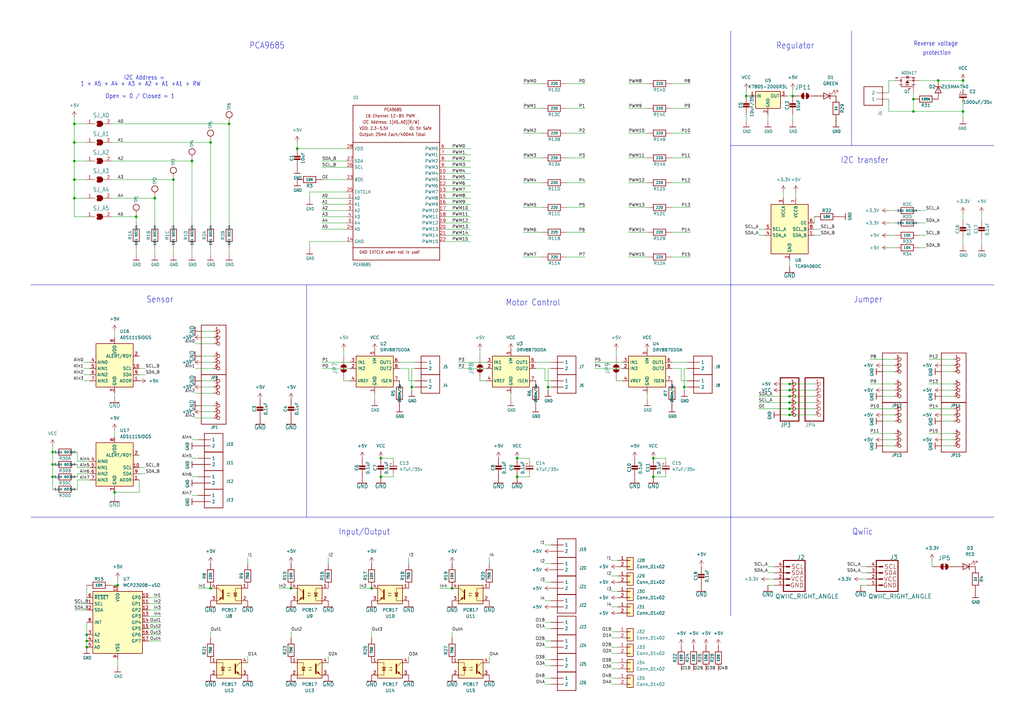
<source format=kicad_sch>
(kicad_sch (version 20230121) (generator eeschema)
  (paper "A3")
  (title_block (title "Water Quality Control") (date "2023-04-09") (rev "0") (company "Hasatio"))
  (junction (at 306.07 39.37))
  (junction (at 323.85 165.1))
  (junction (at 30.48 73.66))
  (junction (at 30.48 58.42))
  (junction (at 323.85 160.02))
  (junction (at 35.56 260.35))
  (junction (at 267.97 195.58))
  (junction (at 55.88 88.9))
  (junction (at 156.21 187.96))
  (junction (at 384.81 33.02))
  (junction (at 323.85 162.56))
  (junction (at 156.21 195.58))
  (junction (at 119.38 241.3))
  (junction (at 212.09 187.96))
  (junction (at 168.91 158.75))
  (junction (at 374.65 40.64))
  (junction (at 152.4 241.3))
  (junction (at 86.36 58.42))
  (junction (at 185.42 241.3))
  (junction (at 86.36 241.3))
  (junction (at 121.92 60.96))
  (junction (at 374.65 45.72))
  (junction (at 394.97 45.72))
  (junction (at 71.12 73.66))
  (junction (at 30.48 66.04))
  (junction (at 212.09 195.58))
  (junction (at 224.79 158.75))
  (junction (at 21.59 190.5))
  (junction (at 30.48 81.28))
  (junction (at 280.67 158.75))
  (junction (at 21.59 195.58))
  (junction (at 21.59 185.42))
  (junction (at 46.99 201.93))
  (junction (at 30.48 50.8))
  (junction (at 323.85 170.18))
  (junction (at 394.97 33.02))
  (junction (at 323.85 167.64))
  (junction (at 323.85 157.48))
  (junction (at 35.56 265.43))
  (junction (at 48.26 240.03))
  (junction (at 267.97 187.96))
  (junction (at 35.56 262.89))
  (junction (at 78.74 66.04))
  (junction (at 93.98 50.8))
  (junction (at 325.12 39.37))
  (junction (at 63.5 81.28))
  (wire (pts (xy 82.55 135.89) (xy 87.63 135.89)))
  (wire (pts (xy 142.24 83.82) (xy 132.08 83.82)) (stroke (width 0.1524)))
  (wire (pts (xy 250.825 236.22) (xy 253.365 236.22)))
  (polyline (pts (xy 349.25 12.7) (xy 349.25 59.69)))
  (wire (pts (xy 223.52 231.14) (xy 226.06 231.14)))
  (wire (pts (xy 66.04 245.11) (xy 60.96 245.11)))
  (wire (pts (xy 387.35 33.02) (xy 394.97 33.02)) (stroke (width 0.1524)))
  (wire (pts (xy 132.08 151.13) (xy 143.51 151.13)))
  (wire (pts (xy 80.01 171.45) (xy 87.63 171.45)))
  (wire (pts (xy 250.825 280.67) (xy 253.365 280.67)))
  (wire (pts (xy 379.73 96.52) (xy 377.19 96.52)))
  (wire (pts (xy 31.75 194.31) (xy 36.83 194.31)))
  (polyline (pts (xy 407.67 116.84) (xy 299.72 116.84)))
  (wire (pts (xy 222.25 34.29) (xy 214.63 34.29)) (stroke (width 0.1524)))
  (wire (pts (xy 386.08 160.02) (xy 391.16 160.02)))
  (wire (pts (xy 196.85 143.51) (xy 196.85 146.05)))
  (wire (pts (xy 374.65 45.72) (xy 364.49 45.72)) (stroke (width 0.1524)))
  (wire (pts (xy 82.55 168.91) (xy 87.63 168.91)))
  (wire (pts (xy 250.825 274.32) (xy 253.365 274.32)))
  (wire (pts (xy 82.55 156.21) (xy 87.63 156.21)))
  (wire (pts (xy 167.64 156.21) (xy 167.64 151.13)))
  (wire (pts (xy 250.825 278.13) (xy 253.365 278.13)))
  (wire (pts (xy 386.08 182.88) (xy 391.16 182.88)))
  (wire (pts (xy 334.01 167.64) (xy 323.85 167.64)) (stroke (width 0.1524)))
  (wire (pts (xy 59.69 153.67) (xy 57.15 153.67)))
  (wire (pts (xy 182.88 81.28) (xy 193.04 81.28)) (stroke (width 0.1524)))
  (wire (pts (xy 361.95 180.34) (xy 367.03 180.34)))
  (wire (pts (xy 323.85 109.22) (xy 323.85 106.68)))
  (wire (pts (xy 134.62 271.78) (xy 134.62 269.24)))
  (wire (pts (xy 265.43 163.83) (xy 265.43 161.29)))
  (wire (pts (xy 200.66 271.78) (xy 200.66 269.24)))
  (wire (pts (xy 31.75 196.85) (xy 36.83 196.85)))
  (wire (pts (xy 223.52 257.81) (xy 226.06 257.81)))
  (wire (pts (xy 222.25 64.77) (xy 214.63 64.77)) (stroke (width 0.1524)))
  (wire (pts (xy 182.88 86.36) (xy 193.04 86.36)) (stroke (width 0.1524)))
  (wire (pts (xy 45.72 50.8) (xy 93.98 50.8)) (stroke (width 0.1524)))
  (wire (pts (xy 323.85 157.48) (xy 334.01 157.48)) (stroke (width 0.1524)))
  (wire (pts (xy 185.42 259.08) (xy 185.42 261.62)))
  (wire (pts (xy 217.17 187.96) (xy 212.09 187.96)))
  (wire (pts (xy 250.825 265.43) (xy 253.365 265.43)))
  (wire (pts (xy 306.07 49.53) (xy 306.07 46.99)))
  (wire (pts (xy 361.95 162.56) (xy 367.03 162.56)))
  (wire (pts (xy 223.52 238.76) (xy 226.06 238.76)))
  (wire (pts (xy 224.79 151.13) (xy 224.79 158.75)))
  (wire (pts (xy 170.18 151.13) (xy 168.91 151.13)))
  (wire (pts (xy 306.07 39.37) (xy 307.34 39.37)))
  (wire (pts (xy 34.29 148.59) (xy 36.83 148.59)))
  (wire (pts (xy 222.25 54.61) (xy 214.63 54.61)) (stroke (width 0.1524)))
  (wire (pts (xy 394.97 97.79) (xy 394.97 100.33)))
  (wire (pts (xy 222.25 85.09) (xy 214.63 85.09)) (stroke (width 0.1524)))
  (wire (pts (xy 275.59 95.25) (xy 283.21 95.25)) (stroke (width 0.1524)))
  (wire (pts (xy 45.72 88.9) (xy 55.88 88.9)) (stroke (width 0.1524)))
  (wire (pts (xy 48.26 273.05) (xy 48.26 270.51)))
  (wire (pts (xy 265.43 64.77) (xy 257.81 64.77)) (stroke (width 0.1524)))
  (wire (pts (xy 170.18 158.75) (xy 168.91 158.75)))
  (wire (pts (xy 386.08 170.18) (xy 391.16 170.18)))
  (wire (pts (xy 142.24 68.58) (xy 132.08 68.58)) (stroke (width 0.1524)))
  (wire (pts (xy 280.67 158.75) (xy 280.67 160.02)))
  (wire (pts (xy 367.03 147.32) (xy 356.87 147.32)) (stroke (width 0.1524)))
  (wire (pts (xy 223.52 156.21) (xy 223.52 151.13)))
  (wire (pts (xy 35.56 260.35) (xy 35.56 262.89)))
  (polyline (pts (xy 12.7 212.09) (xy 299.72 212.09)))
  (wire (pts (xy 223.52 246.38) (xy 226.06 246.38)))
  (wire (pts (xy 35.56 73.66) (xy 30.48 73.66)) (stroke (width 0.1524)))
  (wire (pts (xy 86.36 101.6) (xy 86.36 104.14)) (stroke (width 0.1524)))
  (wire (pts (xy 217.17 194.31) (xy 217.17 195.58)))
  (wire (pts (xy 386.08 149.86) (xy 391.16 149.86)))
  (wire (pts (xy 127 78.74) (xy 127 81.28)) (stroke (width 0.1524)))
  (wire (pts (xy 93.98 50.8) (xy 93.98 91.44)) (stroke (width 0.1524)))
  (wire (pts (xy 182.88 76.2) (xy 193.04 76.2)) (stroke (width 0.1524)))
  (wire (pts (xy 214.63 95.25) (xy 222.25 95.25)) (stroke (width 0.1524)))
  (wire (pts (xy 142.24 99.06) (xy 127 99.06)) (stroke (width 0.1524)))
  (wire (pts (xy 161.29 194.31) (xy 161.29 195.58)))
  (wire (pts (xy 280.67 151.13) (xy 280.67 158.75)))
  (wire (pts (xy 374.65 38.1) (xy 374.65 40.64)))
  (wire (pts (xy 119.38 259.08) (xy 119.38 261.62)))
  (wire (pts (xy 55.88 101.6) (xy 55.88 104.14)) (stroke (width 0.1524)))
  (wire (pts (xy 353.06 237.49) (xy 355.6 237.49)))
  (wire (pts (xy 101.6 271.78) (xy 101.6 269.24)))
  (wire (pts (xy 222.25 74.93) (xy 214.63 74.93)) (stroke (width 0.1524)))
  (wire (pts (xy 80.01 161.29) (xy 87.63 161.29)))
  (wire (pts (xy 355.6 232.41) (xy 353.06 232.41)))
  (wire (pts (xy 311.15 165.1) (xy 323.85 165.1)) (stroke (width 0.1524)))
  (polyline (pts (xy 407.67 59.69) (xy 299.72 59.69)))
  (wire (pts (xy 35.56 262.89) (xy 35.56 265.43)))
  (wire (pts (xy 364.49 33.02) (xy 364.49 38.1)) (stroke (width 0.1524)))
  (wire (pts (xy 30.48 247.65) (xy 35.56 247.65)))
  (wire (pts (xy 59.69 191.77) (xy 57.15 191.77)))
  (wire (pts (xy 314.96 46.99) (xy 314.96 49.53)))
  (wire (pts (xy 30.48 66.04) (xy 30.48 58.42)) (stroke (width 0.1524)))
  (wire (pts (xy 223.52 255.27) (xy 226.06 255.27)))
  (wire (pts (xy 224.79 158.75) (xy 224.79 160.02)))
  (wire (pts (xy 334.01 88.9) (xy 334.01 91.44)))
  (wire (pts (xy 82.55 138.43) (xy 87.63 138.43)))
  (wire (pts (xy 317.5 240.03) (xy 314.96 240.03)))
  (wire (pts (xy 275.59 151.13) (xy 279.4 151.13)))
  (wire (pts (xy 31.75 189.23) (xy 36.83 189.23)))
  (wire (pts (xy 21.59 185.42) (xy 21.59 190.5)))
  (wire (pts (xy 243.84 148.59) (xy 255.27 148.59)))
  (wire (pts (xy 66.04 250.19) (xy 60.96 250.19)))
  (wire (pts (xy 275.59 44.45) (xy 283.21 44.45)) (stroke (width 0.1524)))
  (wire (pts (xy 275.59 34.29) (xy 283.21 34.29)) (stroke (width 0.1524)))
  (wire (pts (xy 336.55 93.98) (xy 334.01 93.98)))
  (wire (pts (xy 314.96 237.49) (xy 317.5 237.49)))
  (wire (pts (xy 252.73 156.21) (xy 255.27 156.21)))
  (wire (pts (xy 334.01 170.18) (xy 323.85 170.18)) (stroke (width 0.1524)))
  (wire (pts (xy 78.74 66.04) (xy 78.74 91.44)) (stroke (width 0.1524)))
  (wire (pts (xy 336.55 96.52) (xy 334.01 96.52)))
  (wire (pts (xy 31.75 191.77) (xy 31.75 190.5)))
  (wire (pts (xy 232.41 44.45) (xy 240.03 44.45)) (stroke (width 0.1524)))
  (wire (pts (xy 101.6 228.6) (xy 101.6 231.14)))
  (wire (pts (xy 394.97 45.72) (xy 374.65 45.72)) (stroke (width 0.1524)))
  (wire (pts (xy 367.03 177.8) (xy 356.87 177.8)) (stroke (width 0.1524)))
  (wire (pts (xy 147.32 241.3) (xy 152.4 241.3)))
  (wire (pts (xy 223.52 262.89) (xy 226.06 262.89)))
  (wire (pts (xy 382.27 229.87) (xy 382.27 232.41)))
  (wire (pts (xy 353.06 234.95) (xy 355.6 234.95)))
  (wire (pts (xy 222.25 105.41) (xy 214.63 105.41)) (stroke (width 0.1524)))
  (wire (pts (xy 361.95 149.86) (xy 367.03 149.86)))
  (wire (pts (xy 182.88 99.06) (xy 193.04 99.06)) (stroke (width 0.1524)))
  (wire (pts (xy 323.85 170.18) (xy 320.04 170.18)) (stroke (width 0.1524)))
  (wire (pts (xy 45.72 240.03) (xy 48.26 240.03)))
  (wire (pts (xy 265.43 44.45) (xy 257.81 44.45)) (stroke (width 0.1524)))
  (wire (pts (xy 222.25 44.45) (xy 214.63 44.45)) (stroke (width 0.1524)))
  (wire (pts (xy 167.64 271.78) (xy 167.64 269.24)))
  (wire (pts (xy 45.72 81.28) (xy 63.5 81.28)) (stroke (width 0.1524)))
  (wire (pts (xy 167.64 151.13) (xy 163.83 151.13)))
  (wire (pts (xy 243.84 151.13) (xy 255.27 151.13)))
  (wire (pts (xy 386.08 152.4) (xy 391.16 152.4)))
  (wire (pts (xy 334.01 162.56) (xy 323.85 162.56)) (stroke (width 0.1524)))
  (wire (pts (xy 180.34 241.3) (xy 185.42 241.3)))
  (wire (pts (xy 364.49 101.6) (xy 367.03 101.6)))
  (wire (pts (xy 31.75 200.66) (xy 31.75 196.85)))
  (wire (pts (xy 46.99 135.89) (xy 46.99 138.43)))
  (wire (pts (xy 142.24 66.04) (xy 132.08 66.04)) (stroke (width 0.1524)))
  (wire (pts (xy 265.43 85.09) (xy 257.81 85.09)) (stroke (width 0.1524)))
  (wire (pts (xy 82.55 166.37) (xy 87.63 166.37)))
  (wire (pts (xy 364.49 86.36) (xy 367.03 86.36)))
  (wire (pts (xy 114.3 241.3) (xy 119.38 241.3)))
  (polyline (pts (xy 125.73 212.09) (xy 125.73 116.84)))
  (wire (pts (xy 31.75 185.42) (xy 31.75 189.23)))
  (wire (pts (xy 80.01 151.13) (xy 87.63 151.13)))
  (wire (pts (xy 223.52 278.13) (xy 226.06 278.13)))
  (wire (pts (xy 121.92 58.42) (xy 121.92 60.96)))
  (wire (pts (xy 182.88 91.44) (xy 193.04 91.44)) (stroke (width 0.1524)))
  (wire (pts (xy 223.52 273.05) (xy 226.06 273.05)))
  (wire (pts (xy 66.04 257.81) (xy 60.96 257.81)))
  (wire (pts (xy 182.88 93.98) (xy 193.04 93.98)) (stroke (width 0.1524)))
  (wire (pts (xy 364.49 45.72) (xy 364.49 40.64)) (stroke (width 0.1524)))
  (wire (pts (xy 323.85 167.64) (xy 311.15 167.64)) (stroke (width 0.1524)))
  (wire (pts (xy 311.15 162.56) (xy 323.85 162.56)))
  (wire (pts (xy 361.95 170.18) (xy 367.03 170.18)))
  (wire (pts (xy 182.88 60.96) (xy 193.04 60.96)) (stroke (width 0.1524)))
  (wire (pts (xy 45.72 58.42) (xy 86.36 58.42)) (stroke (width 0.1524)))
  (wire (pts (xy 314.96 234.95) (xy 317.5 234.95)))
  (wire (pts (xy 142.24 86.36) (xy 132.08 86.36)) (stroke (width 0.1524)))
  (wire (pts (xy 212.09 195.58) (xy 217.17 195.58)))
  (wire (pts (xy 273.05 194.31) (xy 273.05 195.58)))
  (wire (pts (xy 223.52 280.67) (xy 226.06 280.67)))
  (wire (pts (xy 250.825 261.62) (xy 253.365 261.62)))
  (wire (pts (xy 265.43 105.41) (xy 257.81 105.41)) (stroke (width 0.1524)))
  (wire (pts (xy 223.52 270.51) (xy 226.06 270.51)))
  (wire (pts (xy 30.48 250.19) (xy 35.56 250.19)))
  (wire (pts (xy 361.95 152.4) (xy 367.03 152.4)))
  (wire (pts (xy 265.43 95.25) (xy 257.81 95.25)) (stroke (width 0.1524)))
  (wire (pts (xy 142.24 88.9) (xy 132.08 88.9)) (stroke (width 0.1524)))
  (wire (pts (xy 142.24 81.28) (xy 132.08 81.28)) (stroke (width 0.1524)))
  (wire (pts (xy 334.01 165.1) (xy 323.85 165.1)) (stroke (width 0.1524)))
  (wire (pts (xy 394.97 87.63) (xy 394.97 90.17)))
  (wire (pts (xy 127 99.06) (xy 127 101.6)) (stroke (width 0.1524)))
  (wire (pts (xy 391.16 157.48) (xy 381 157.48)) (stroke (width 0.1524)))
  (wire (pts (xy 265.43 34.29) (xy 257.81 34.29)) (stroke (width 0.1524)))
  (wire (pts (xy 280.67 158.75) (xy 281.94 158.75)))
  (wire (pts (xy 121.92 60.96) (xy 142.24 60.96)) (stroke (width 0.1524)))
  (wire (pts (xy 60.96 260.35) (xy 66.04 260.35)))
  (wire (pts (xy 325.12 36.83) (xy 325.12 39.37)))
  (polyline (pts (xy 12.7 116.84) (xy 299.72 116.84)))
  (wire (pts (xy 31.75 195.58) (xy 31.75 194.31)))
  (wire (pts (xy 21.59 195.58) (xy 21.59 200.66)))
  (wire (pts (xy 320.04 157.48) (xy 323.85 157.48)) (stroke (width 0.1524)))
  (wire (pts (xy 386.08 162.56) (xy 391.16 162.56)))
  (wire (pts (xy 361.95 160.02) (xy 367.03 160.02)))
  (wire (pts (xy 142.24 91.44) (xy 132.08 91.44)) (stroke (width 0.1524)))
  (wire (pts (xy 384.81 33.02) (xy 387.35 33.02)))
  (wire (pts (xy 30.48 88.9) (xy 30.48 81.28)) (stroke (width 0.1524)))
  (wire (pts (xy 156.21 195.58) (xy 161.29 195.58)))
  (wire (pts (xy 57.15 201.93) (xy 46.99 201.93)))
  (wire (pts (xy 168.91 151.13) (xy 168.91 158.75)))
  (wire (pts (xy 34.29 151.13) (xy 36.83 151.13)))
  (wire (pts (xy 182.88 66.04) (xy 193.04 66.04)) (stroke (width 0.1524)))
  (wire (pts (xy 281.94 156.21) (xy 279.4 156.21)))
  (wire (pts (xy 187.96 148.59) (xy 199.39 148.59)))
  (wire (pts (xy 59.69 151.13) (xy 57.15 151.13)))
  (wire (pts (xy 182.88 83.82) (xy 193.04 83.82)) (stroke (width 0.1524)))
  (wire (pts (xy 55.88 88.9) (xy 55.88 91.44)) (stroke (width 0.1524)))
  (wire (pts (xy 182.88 78.74) (xy 193.04 78.74)) (stroke (width 0.1524)))
  (wire (pts (xy 66.04 262.89) (xy 60.96 262.89)))
  (wire (pts (xy 379.73 91.44) (xy 377.19 91.44)))
  (wire (pts (xy 34.29 156.21) (xy 36.83 156.21)))
  (wire (pts (xy 367.03 157.48) (xy 356.87 157.48)) (stroke (width 0.1524)))
  (wire (pts (xy 273.05 189.23) (xy 273.05 187.96)))
  (wire (pts (xy 182.88 88.9) (xy 193.04 88.9)) (stroke (width 0.1524)))
  (wire (pts (xy 379.73 101.6) (xy 377.19 101.6)))
  (wire (pts (xy 326.39 78.74) (xy 326.39 81.28)))
  (wire (pts (xy 334.01 160.02) (xy 323.85 160.02)) (stroke (width 0.1524)))
  (wire (pts (xy 250.825 248.92) (xy 253.365 248.92)))
  (wire (pts (xy 82.55 158.75) (xy 87.63 158.75)))
  (wire (pts (xy 86.36 259.08) (xy 86.36 261.62)))
  (wire (pts (xy 367.03 167.64) (xy 356.87 167.64)) (stroke (width 0.1524)))
  (wire (pts (xy 140.97 156.21) (xy 143.51 156.21)))
  (wire (pts (xy 35.56 255.27) (xy 35.56 260.35)))
  (wire (pts (xy 232.41 85.09) (xy 240.03 85.09)) (stroke (width 0.1524)))
  (wire (pts (xy 35.56 58.42) (xy 30.48 58.42)) (stroke (width 0.1524)))
  (wire (pts (xy 35.56 245.11) (xy 35.56 240.03)))
  (wire (pts (xy 153.67 163.83) (xy 153.67 161.29)))
  (wire (pts (xy 232.41 64.77) (xy 240.03 64.77)) (stroke (width 0.1524)))
  (wire (pts (xy 86.36 58.42) (xy 86.36 91.44)) (stroke (width 0.1524)))
  (wire (pts (xy 232.41 74.93) (xy 240.03 74.93)) (stroke (width 0.1524)))
  (wire (pts (xy 275.59 85.09) (xy 283.21 85.09)) (stroke (width 0.1524)))
  (wire (pts (xy 250.825 259.08) (xy 253.365 259.08)))
  (wire (pts (xy 66.04 247.65) (xy 60.96 247.65)))
  (wire (pts (xy 167.64 228.6) (xy 167.64 231.14)))
  (wire (pts (xy 57.15 196.85) (xy 57.15 201.93)))
  (wire (pts (xy 82.55 146.05) (xy 87.63 146.05)))
  (wire (pts (xy 182.88 96.52) (xy 193.04 96.52)) (stroke (width 0.1524)))
  (wire (pts (xy 196.85 156.21) (xy 199.39 156.21)))
  (wire (pts (xy 364.49 96.52) (xy 367.03 96.52)))
  (wire (pts (xy 232.41 105.41) (xy 240.03 105.41)) (stroke (width 0.1524)))
  (wire (pts (xy 182.88 68.58) (xy 193.04 68.58)) (stroke (width 0.1524)))
  (wire (pts (xy 161.29 187.96) (xy 156.21 187.96)))
  (wire (pts (xy 275.59 74.93) (xy 283.21 74.93)) (stroke (width 0.1524)))
  (wire (pts (xy 265.43 54.61) (xy 257.81 54.61)) (stroke (width 0.1524)))
  (wire (pts (xy 46.99 203.2) (xy 46.99 201.93)))
  (wire (pts (xy 281.94 151.13) (xy 280.67 151.13)))
  (wire (pts (xy 34.29 153.67) (xy 36.83 153.67)))
  (wire (pts (xy 226.06 151.13) (xy 224.79 151.13)))
  (wire (pts (xy 182.88 73.66) (xy 193.04 73.66)) (stroke (width 0.1524)))
  (wire (pts (xy 78.74 101.6) (xy 78.74 104.14)) (stroke (width 0.1524)))
  (wire (pts (xy 275.59 64.77) (xy 283.21 64.77)) (stroke (width 0.1524)))
  (wire (pts (xy 163.83 148.59) (xy 170.18 148.59)))
  (wire (pts (xy 142.24 93.98) (xy 132.08 93.98)) (stroke (width 0.1524)))
  (wire (pts (xy 35.56 50.8) (xy 30.48 50.8)) (stroke (width 0.1524)))
  (wire (pts (xy 322.58 39.37) (xy 325.12 39.37)))
  (wire (pts (xy 386.08 180.34) (xy 391.16 180.34)))
  (wire (pts (xy 200.66 228.6) (xy 200.66 231.14)))
  (wire (pts (xy 374.65 40.64) (xy 374.65 45.72)) (stroke (width 0.1524)))
  (wire (pts (xy 279.4 156.21) (xy 279.4 151.13)))
  (wire (pts (xy 21.59 182.88) (xy 21.59 185.42)))
  (wire (pts (xy 250.825 271.78) (xy 253.365 271.78)))
  (wire (pts (xy 379.73 86.36) (xy 377.19 86.36)))
  (wire (pts (xy 250.825 242.57) (xy 253.365 242.57)))
  (wire (pts (xy 30.48 73.66) (xy 30.48 66.04)) (stroke (width 0.1524)))
  (wire (pts (xy 386.08 172.72) (xy 391.16 172.72)))
  (wire (pts (xy 35.56 66.04) (xy 30.48 66.04)) (stroke (width 0.1524)))
  (wire (pts (xy 355.6 240.03) (xy 353.06 240.03)))
  (wire (pts (xy 45.72 66.04) (xy 78.74 66.04)) (stroke (width 0.1524)))
  (wire (pts (xy 391.16 147.32) (xy 381 147.32)) (stroke (width 0.1524)))
  (wire (pts (xy 187.96 151.13) (xy 199.39 151.13)))
  (wire (pts (xy 21.59 190.5) (xy 21.59 195.58)))
  (wire (pts (xy 46.99 176.53) (xy 46.99 179.07)))
  (wire (pts (xy 209.55 163.83) (xy 209.55 161.29)))
  (wire (pts (xy 361.95 182.88) (xy 367.03 182.88)))
  (wire (pts (xy 219.71 148.59) (xy 226.06 148.59)))
  (wire (pts (xy 59.69 194.31) (xy 57.15 194.31)))
  (wire (pts (xy 275.59 105.41) (xy 283.21 105.41)) (stroke (width 0.1524)))
  (wire (pts (xy 402.59 100.33) (xy 402.59 97.79)))
  (wire (pts (xy 306.07 36.83) (xy 306.07 39.37)))
  (wire (pts (xy 323.85 160.02) (xy 320.04 160.02)) (stroke (width 0.1524)))
  (wire (pts (xy 71.12 101.6) (xy 71.12 104.14)) (stroke (width 0.1524)))
  (wire (pts (xy 161.29 189.23) (xy 161.29 187.96)))
  (wire (pts (xy 367.03 33.02) (xy 364.49 33.02)) (stroke (width 0.1524)))
  (wire (pts (xy 394.97 33.02) (xy 394.97 35.56)) (stroke (width 0.1524)))
  (wire (pts (xy 30.48 81.28) (xy 30.48 73.66)) (stroke (width 0.1524)))
  (wire (pts (xy 48.26 237.49) (xy 48.26 240.03)))
  (wire (pts (xy 31.75 191.77) (xy 36.83 191.77)))
  (polyline (pts (xy 407.67 212.09) (xy 299.72 212.09)))
  (wire (pts (xy 78.74 187.96) (xy 81.28 187.96)))
  (wire (pts (xy 232.41 54.61) (xy 240.03 54.61)) (stroke (width 0.1524)))
  (wire (pts (xy 45.72 73.66) (xy 71.12 73.66)) (stroke (width 0.1524)))
  (wire (pts (xy 66.04 252.73) (xy 60.96 252.73)))
  (wire (pts (xy 170.18 156.21) (xy 167.64 156.21)))
  (wire (pts (xy 134.62 228.6) (xy 134.62 231.14)))
  (wire (pts (xy 71.12 73.66) (xy 71.12 91.44)) (stroke (width 0.1524)))
  (wire (pts (xy 394.97 45.72) (xy 394.97 48.26)) (stroke (width 0.1524)))
  (polyline (pts (xy 299.72 212.09) (xy 299.72 116.84)))
  (wire (pts (xy 30.48 48.26) (xy 30.48 50.8)))
  (wire (pts (xy 361.95 172.72) (xy 367.03 172.72)))
  (wire (pts (xy 132.08 148.59) (xy 143.51 148.59)))
  (wire (pts (xy 311.15 93.98) (xy 313.69 93.98)))
  (wire (pts (xy 325.12 49.53) (xy 325.12 46.99)))
  (wire (pts (xy 311.15 96.52) (xy 313.69 96.52)))
  (wire (pts (xy 140.97 143.51) (xy 140.97 146.05)))
  (wire (pts (xy 321.31 78.74) (xy 321.31 81.28)))
  (wire (pts (xy 223.52 223.52) (xy 226.06 223.52)))
  (wire (pts (xy 394.97 35.56) (xy 394.97 36.83)))
  (wire (pts (xy 226.06 156.21) (xy 223.52 156.21)))
  (wire (pts (xy 35.56 88.9) (xy 30.48 88.9)) (stroke (width 0.1524)))
  (wire (pts (xy 78.74 195.58) (xy 81.28 195.58)))
  (wire (pts (xy 402.59 87.63) (xy 402.59 90.17)))
  (wire (pts (xy 364.49 91.44) (xy 367.03 91.44)))
  (wire (pts (xy 30.48 58.42) (xy 30.48 50.8)) (stroke (width 0.1524)))
  (wire (pts (xy 81.28 241.3) (xy 86.36 241.3)))
  (wire (pts (xy 93.98 101.6) (xy 93.98 104.14)) (stroke (width 0.1524)))
  (wire (pts (xy 78.74 180.34) (xy 81.28 180.34)))
  (wire (pts (xy 223.52 265.43) (xy 226.06 265.43)))
  (wire (pts (xy 217.17 189.23) (xy 217.17 187.96)))
  (wire (pts (xy 152.4 259.08) (xy 152.4 261.62)))
  (wire (pts (xy 317.5 232.41) (xy 314.96 232.41)))
  (wire (pts (xy 273.05 187.96) (xy 267.97 187.96)))
  (wire (pts (xy 63.5 101.6) (xy 63.5 104.14)) (stroke (width 0.1524)))
  (wire (pts (xy 223.52 151.13) (xy 219.71 151.13)))
  (wire (pts (xy 250.825 229.87) (xy 253.365 229.87)))
  (wire (pts (xy 82.55 148.59) (xy 87.63 148.59)))
  (wire (pts (xy 275.59 54.61) (xy 283.21 54.61)) (stroke (width 0.1524)))
  (wire (pts (xy 232.41 95.25) (xy 240.03 95.25)) (stroke (width 0.1524)))
  (wire (pts (xy 250.825 267.97) (xy 253.365 267.97)))
  (wire (pts (xy 132.08 73.66) (xy 142.24 73.66)))
  (wire (pts (xy 168.91 158.75) (xy 168.91 160.02)))
  (wire (pts (xy 394.97 41.91) (xy 394.97 45.72)))
  (wire (pts (xy 267.97 195.58) (xy 273.05 195.58)))
  (wire (pts (xy 46.99 162.56) (xy 46.99 161.29)))
  (wire (pts (xy 265.43 74.93) (xy 257.81 74.93)) (stroke (width 0.1524)))
  (wire (pts (xy 275.59 148.59) (xy 281.94 148.59)))
  (wire (pts (xy 391.16 167.64) (xy 381 167.64)) (stroke (width 0.1524)))
  (wire (pts (xy 182.88 71.12) (xy 193.04 71.12)) (stroke (width 0.1524)))
  (polyline (pts (xy 299.72 116.84) (xy 299.72 12.7)))
  (wire (pts (xy 80.01 140.97) (xy 87.63 140.97)))
  (wire (pts (xy 391.16 177.8) (xy 381 177.8)) (stroke (width 0.1524)))
  (wire (pts (xy 377.19 33.02) (xy 384.81 33.02)))
  (wire (pts (xy 182.88 63.5) (xy 193.04 63.5)) (stroke (width 0.1524)))
  (wire (pts (xy 78.74 203.2) (xy 81.28 203.2)))
  (wire (pts (xy 142.24 78.74) (xy 127 78.74)) (stroke (width 0.1524)))
  (wire (pts (xy 224.79 158.75) (xy 226.06 158.75)))
  (wire (pts (xy 35.56 81.28) (xy 30.48 81.28)) (stroke (width 0.1524)))
  (wire (pts (xy 63.5 81.28) (xy 63.5 91.44)) (stroke (width 0.1524)))
  (wire (pts (xy 232.41 34.29) (xy 240.03 34.29)) (stroke (width 0.1524)))
  (wire (pts (xy 66.04 255.27) (xy 60.96 255.27)))
  (wire (pts (xy 252.73 143.51) (xy 252.73 146.05)))
  (polyline (pts (xy 299.72 252.73) (xy 299.72 212.09)))
  (text "1 + A5 + A4 + A3 + A2 + A1 +A1 + RW" (at 33.02 35.56 0) (effects (font (size 1.778 1.5113)) (justify left bottom)))
  (text "I2C Address =" (at 50.8 33.02 0) (effects (font (size 1.778 1.5113)) (justify left bottom)))
  (text "Sensor" (at 71.12 124.46 0) (effects (font (size 2.54 2.159)) (justify right bottom)))
  (text "Regulator" (at 334.01 20.32 0) (effects (font (size 2.54 2.159)) (justify right bottom)))
  (text "Qwiic\n" (at 358.14 219.71 0) (effects (font (size 2.54 2.159)) (justify right bottom)))
  (text "I2C transfer" (at 364.49 67.31 0) (effects (font (size 2.54 2.159)) (justify right bottom)))
  (text "Motor Control\n" (at 229.87 125.73 0) (effects (font (size 2.54 2.159)) (justify right bottom)))
  (text "Open = 0 / Closed = 1" (at 43.18 40.64 0) (effects (font (size 1.778 1.5113)) (justify left bottom)))
  (text "PCA9685\n" (at 116.84 20.32 0) (effects (font (size 2.54 2.159)) (justify right bottom)))
  (text "Reverse voltage" (at 374.65 19.05 0) (effects (font (size 1.778 1.5113)) (justify left bottom)))
  (text "protection" (at 378.46 22.86 0) (effects (font (size 1.778 1.5113)) (justify left bottom)))
  (text "Jumper\n" (at 361.95 124.46 0) (effects (font (size 2.54 2.159)) (justify right bottom)))
  (text "Input/Output\n" (at 160.02 219.71 0) (effects (font (size 2.54 2.159)) (justify right bottom)))
  (label "SCL_A" (at 314.96 232.41 180) (effects (font (size 1.2446 1.2446))))
  (label "O3B" (at 223.52 270.51 180) (effects (font (size 1.2446 1.2446))))
  (label "PWM8" (at 257.81 34.29 0) (effects (font (size 1.2446 1.2446))))
  (label "In3" (at 147.32 241.3 0) (effects (font (size 1.2446 1.2446))))
  (label "In3" (at 66.04 250.19 180) (effects (font (size 1.2446 1.2446))))
  (label "P1" (at 132.08 148.59 0) (effects (font (size 1.2446 1.2446))))
  (label "O3B" (at 289.56 274.955 0) (effects (font (size 1.2446 1.2446))))
  (label "O4B" (at 250.825 278.13 180) (effects (font (size 1.2446 1.2446))))
  (label "P10" (at 356.87 167.64 0) (effects (font (size 1.2446 1.2446))))
  (label "Ain7" (at 36.83 196.85 180) (effects (font (size 1.2446 1.2446))))
  (label "P14" (at 381 167.64 0) (effects (font (size 1.2446 1.2446))))
  (label "Ain6" (at 78.74 195.58 180) (effects (font (size 1.2446 1.2446))))
  (label "O1A" (at 101.6 269.24 0) (effects (font (size 1.2446 1.2446))))
  (label "PWM4" (at 214.63 74.93 0) (effects (font (size 1.2446 1.2446))))
  (label "PWM9" (at 185.42 83.82 0) (effects (font (size 1.2446 1.2446))))
  (label "I4" (at 223.52 246.38 180) (effects (font (size 1.2446 1.2446))))
  (label "OE" (at 132.08 73.66 0) (effects (font (size 1.2446 1.2446))))
  (label "PWM4" (at 185.42 71.12 0) (effects (font (size 1.2446 1.2446))))
  (label "SCL_B" (at 30.48 247.65 0) (effects (font (size 1.2446 1.2446))))
  (label "In4" (at 66.04 252.73 180) (effects (font (size 1.2446 1.2446))))
  (label "Ain1" (at 80.01 151.13 180) (effects (font (size 1.2446 1.2446))))
  (label "SCL_A" (at 353.06 232.41 180) (effects (font (size 1.2446 1.2446))))
  (label "O4B" (at 223.52 278.13 180) (effects (font (size 1.2446 1.2446))))
  (label "P8" (at 283.21 34.29 180) (effects (font (size 1.2446 1.2446))))
  (label "O1B" (at 250.825 259.08 180) (effects (font (size 1.2446 1.2446))))
  (label "Out4" (at 66.04 262.89 180) (effects (font (size 1.2446 1.2446))))
  (label "In2" (at 66.04 247.65 180) (effects (font (size 1.2446 1.2446))))
  (label "SCL_B" (at 336.55 93.98 0) (effects (font (size 1.2446 1.2446))))
  (label "A1" (at 132.08 83.82 0) (effects (font (size 1.2446 1.2446))))
  (label "Ain3" (at 80.01 171.45 180) (effects (font (size 1.2446 1.2446))))
  (label "SDA_B" (at 132.08 66.04 0) (effects (font (size 1.2446 1.2446))))
  (label "P2" (at 187.96 151.13 0) (effects (font (size 1.2446 1.2446))))
  (label "P1" (at 240.03 44.45 180) (effects (font (size 1.2446 1.2446))))
  (label "In1" (at 66.04 245.11 180) (effects (font (size 1.2446 1.2446))))
  (label "SDA_A" (at 311.15 96.52 180) (effects (font (size 1.2446 1.2446))))
  (label "O4A" (at 200.66 269.24 0) (effects (font (size 1.2446 1.2446))))
  (label "PWM3" (at 185.42 68.58 0) (effects (font (size 1.2446 1.2446))))
  (label "P4" (at 243.84 151.13 0) (effects (font (size 1.2446 1.2446))))
  (label "P4" (at 240.03 74.93 180) (effects (font (size 1.2446 1.2446))))
  (label "PWM2" (at 185.42 66.04 0) (effects (font (size 1.2446 1.2446))))
  (label "O2A" (at 223.52 265.43 180) (effects (font (size 1.2446 1.2446))))
  (label "P14" (at 283.21 95.25 180) (effects (font (size 1.2446 1.2446))))
  (label "A0" (at 48.26 50.8 0) (effects (font (size 1.2446 1.2446))))
  (label "PWM8" (at 185.42 81.28 0) (effects (font (size 1.2446 1.2446))))
  (label "PWM6" (at 185.42 76.2 0) (effects (font (size 1.2446 1.2446))))
  (label "P11" (at 283.21 64.77 180) (effects (font (size 1.2446 1.2446))))
  (label "P2" (at 240.03 54.61 180) (effects (font (size 1.2446 1.2446))))
  (label "O2B" (at 223.52 262.89 180) (effects (font (size 1.2446 1.2446))))
  (label "OE" (at 311.15 167.64 0) (effects (font (size 1.2446 1.2446))))
  (label "P11" (at 356.87 177.8 0) (effects (font (size 1.2446 1.2446))))
  (label "PWM1" (at 185.42 63.5 0) (effects (font (size 1.2446 1.2446))))
  (label "P15" (at 381 177.8 0) (effects (font (size 1.2446 1.2446))))
  (label "I3" (at 167.64 228.6 0) (effects (font (size 1.2446 1.2446))))
  (label "P3" (at 187.96 148.59 0) (effects (font (size 1.2446 1.2446))))
  (label "O3A" (at 167.64 269.24 0) (effects (font (size 1.2446 1.2446))))
  (label "A5" (at 132.08 93.98 0) (effects (font (size 1.2446 1.2446))))
  (label "A4" (at 48.26 81.28 0) (effects (font (size 1.2446 1.2446))))
  (label "I1" (at 101.6 228.6 0) (effects (font (size 1.2446 1.2446))))
  (label "O1B" (at 279.4 274.955 0) (effects (font (size 1.2446 1.2446))))
  (label "PWM12" (at 185.42 91.44 0) (effects (font (size 1.2446 1.2446))))
  (label "PWM2" (at 214.63 54.61 0) (effects (font (size 1.2446 1.2446))))
  (label "SDA_A" (at 311.15 162.56 0) (effects (font (size 1.2446 1.2446))))
  (label "O1A" (at 250.825 261.62 180) (effects (font (size 1.2446 1.2446))))
  (label "P3" (at 240.03 64.77 180) (effects (font (size 1.2446 1.2446))))
  (label "PWM12" (at 257.81 74.93 0) (effects (font (size 1.2446 1.2446))))
  (label "SCL_A" (at 379.73 86.36 0) (effects (font (size 1.2446 1.2446))))
  (label "SDA_A" (at 379.73 91.44 0) (effects (font (size 1.2446 1.2446))))
  (label "PWM9" (at 257.81 44.45 0) (effects (font (size 1.2446 1.2446))))
  (label "P7" (at 240.03 105.41 180) (effects (font (size 1.2446 1.2446))))
  (label "Ain6" (at 36.83 194.31 180) (effects (font (size 1.2446 1.2446))))
  (label "P0" (at 132.08 151.13 0) (effects (font (size 1.2446 1.2446))))
  (label "O1A" (at 223.52 257.81 180) (effects (font (size 1.2446 1.2446))))
  (label "Ain0" (at 80.01 140.97 180) (effects (font (size 1.2446 1.2446))))
  (label "Out4" (at 185.42 259.08 0) (effects (font (size 1.2446 1.2446))))
  (label "O2B" (at 284.48 274.955 0) (effects (font (size 1.2446 1.2446))))
  (label "PWM7" (at 214.63 105.41 0) (effects (font (size 1.2446 1.2446))))
  (label "I2" (at 250.825 236.22 180) (effects (font (size 1.2446 1.2446))))
  (label "SDA_B" (at 379.73 101.6 0) (effects (font (size 1.2446 1.2446))))
  (label "A5" (at 48.26 88.9 0) (effects (font (size 1.2446 1.2446))))
  (label "I1" (at 223.52 223.52 180) (effects (font (size 1.2446 1.2446))))
  (label "P13" (at 381 157.48 0) (effects (font (size 1.2446 1.2446))))
  (label "A1" (at 48.26 58.42 0) (effects (font (size 1.2446 1.2446))))
  (label "I2" (at 134.62 228.6 0) (effects (font (size 1.2446 1.2446))))
  (label "PWM14" (at 185.42 96.52 0) (effects (font (size 1.2446 1.2446))))
  (label "PWM6" (at 214.63 95.25 0) (effects (font (size 1.2446 1.2446))))
  (label "Ain2" (at 34.29 153.67 180) (effects (font (size 1.2446 1.2446))))
  (label "PWM1" (at 214.63 44.45 0) (effects (font (size 1.2446 1.2446))))
  (label "Ain4" (at 78.74 180.34 180) (effects (font (size 1.2446 1.2446))))
  (label "P8" (at 356.87 147.32 0) (effects (font (size 1.2446 1.2446))))
  (label "O3B" (at 250.825 271.78 180) (effects (font (size 1.2446 1.2446))))
  (label "SDA_B" (at 30.48 250.19 0) (effects (font (size 1.2446 1.2446))))
  (label "SCL_B" (at 59.69 191.77 0) (effects (font (size 1.2446 1.2446))))
  (label "A4" (at 132.08 91.44 0) (effects (font (size 1.2446 1.2446))))
  (label "I3" (at 250.825 242.57 180) (effects (font (size 1.2446 1.2446))))
  (label "Ain3" (at 34.29 156.21 180) (effects (font (size 1.2446 1.2446))))
  (label "Ain1" (at 34.29 151.13 180) (effects (font (size 1.2446 1.2446))))
  (label "PWM5" (at 214.63 85.09 0) (effects (font (size 1.2446 1.2446))))
  (label "PWM11" (at 257.81 64.77 0) (effects (font (size 1.2446 1.2446))))
  (label "SDA_B" (at 59.69 194.31 0) (effects (font (size 1.2446 1.2446))))
  (label "O1B" (at 223.52 255.27 180) (effects (font (size 1.2446 1.2446))))
  (label "P0" (at 240.03 34.29 180) (effects (font (size 1.2446 1.2446))))
  (label "SDA_B" (at 336.55 96.52 0) (effects (font (size 1.2446 1.2446))))
  (label "P10" (at 283.21 54.61 180) (effects (font (size 1.2446 1.2446))))
  (label "PWM5" (at 185.42 73.66 0) (effects (font (size 1.2446 1.2446))))
  (label "SCL_A" (at 311.15 93.98 180) (effects (font (size 1.2446 1.2446))))
  (label "PWM13" (at 185.42 93.98 0) (effects (font (size 1.2446 1.2446))))
  (label "P12" (at 283.21 74.93 180) (effects (font (size 1.2446 1.2446))))
  (label "A2" (at 132.08 86.36 0) (effects (font (size 1.2446 1.2446))))
  (label "I3" (at 223.52 238.76 180) (effects (font (size 1.2446 1.2446))))
  (label "PWM0" (at 214.63 34.29 0) (effects (font (size 1.2446 1.2446))))
  (label "SDA_A" (at 353.06 234.95 180) (effects (font (size 1.2446 1.2446))))
  (label "PWM13" (at 257.81 85.09 0) (effects (font (size 1.2446 1.2446))))
  (label "PWM10" (at 257.81 54.61 0) (effects (font (size 1.2446 1.2446))))
  (label "SCL_B" (at 132.08 68.58 0) (effects (font (size 1.2446 1.2446))))
  (label "SCL_A" (at 311.15 165.1 0) (effects (font (size 1.2446 1.2446))))
  (label "O2A" (at 134.62 269.24 0) (effects (font (size 1.2446 1.2446))))
  (label "Ain7" (at 78.74 203.2 180) (effects (font (size 1.2446 1.2446))))
  (label "PWM15" (at 185.42 99.06 0) (effects (font (size 1.2446 1.2446))))
  (label "PWM7" (at 185.42 78.74 0) (effects (font (size 1.2446 1.2446))))
  (label "P5" (at 243.84 148.59 0) (effects (font (size 1.2446 1.2446))))
  (label "Ain4" (at 36.83 189.23 180) (effects (font (size 1.2446 1.2446))))
  (label "PWM15" (at 257.81 105.41 0) (effects (font (size 1.2446 1.2446))))
  (label "P9" (at 356.87 157.48 0) (effects (font (size 1.2446 1.2446))))
  (label "P6" (at 240.03 95.25 180) (effects (font (size 1.2446 1.2446))))
  (label "SDA_B" (at 59.69 153.67 0) (effects (font (size 1.2446 1.2446))))
  (label "I2" (at 223.52 231.14 180) (effects (font (size 1.2446 1.2446))))
  (label "I4" (at 250.825 248.92 180) (effects (font (size 1.2446 1.2446))))
  (label "Out1" (at 66.04 255.27 180) (effects (font (size 1.2446 1.2446))))
  (label "O4A" (at 223.52 280.67 180) (effects (font (size 1.2446 1.2446))))
  (label "PWM3" (at 214.63 64.77 0) (effects (font (size 1.2446 1.2446))))
  (label "In4" (at 180.34 241.3 0) (effects (font (size 1.2446 1.2446))))
  (label "A0" (at 132.08 81.28 0) (effects (font (size 1.2446 1.2446))))
  (label "O3A" (at 250.825 274.32 180) (effects (font (size 1.2446 1.2446))))
  (label "A3" (at 48.26 73.66 0) (effects (font (size 1.2446 1.2446))))
  (label "PWM10" (at 185.42 86.36 0) (effects (font (size 1.2446 1.2446))))
  (label "PWM0" (at 185.42 60.96 0) (effects (font (size 1.2446 1.2446))))
  (label "P9" (at 283.21 44.45 180) (effects (font (size 1.2446 1.2446))))
  (label "Out3" (at 152.4 259.08 0) (effects (font (size 1.2446 1.2446))))
  (label "In2" (at 114.3 241.3 0) (effects (font (size 1.2446 1.2446))))
  (label "A2" (at 48.26 66.04 0) (effects (font (size 1.2446 1.2446))))
  (label "O2B" (at 250.825 265.43 180) (effects (font (size 1.2446 1.2446))))
  (label "P15" (at 283.21 105.41 180) (effects (font (size 1.2446 1.2446))))
  (label "I4" (at 200.66 228.6 0) (effects (font (size 1.2446 1.2446))))
  (label "A3" (at 132.08 88.9 0) (effects (font (size 1.2446 1.2446))))
  (label "Ain2" (at 80.01 161.29 180) (effects (font (size 1.2446 1.2446))))
  (label "P12" (at 381 147.32 0) (effects (font (size 1.2446 1.2446))))
  (label "O4B" (at 294.64 274.955 0) (effects (font (size 1.2446 1.2446))))
  (label "O4A" (at 250.825 280.67 180) (effects (font (size 1.2446 1.2446))))
  (label "I1" (at 250.825 229.87 180) (effects (font (size 1.2446 1.2446))))
  (label "In1" (at 81.28 241.3 0) (effects (font (size 1.2446 1.2446))))
  (label "SCL_B" (at 59.69 151.13 0) (effects (font (size 1.2446 1.2446))))
  (label "PWM14" (at 257.81 95.25 0) (effects (font (size 1.2446 1.2446))))
  (label "Out1" (at 86.36 259.08 0) (effects (font (size 1.2446 1.2446))))
  (label "SDA_A" (at 314.96 234.95 180) (effects (font (size 1.2446 1.2446))))
  (label "PWM11" (at 185.42 88.9 0) (effects (font (size 1.2446 1.2446))))
  (label "Out2" (at 66.04 257.81 180) (effects (font (size 1.2446 1.2446))))
  (label "O2A" (at 250.825 267.97 180) (effects (font (size 1.2446 1.2446))))
  (label "Ain0" (at 34.29 148.59 180) (effects (font (size 1.2446 1.2446))))
  (label "SCL_B" (at 379.73 96.52 0) (effects (font (size 1.2446 1.2446))))
  (label "P5" (at 240.03 85.09 180) (effects (font (size 1.2446 1.2446))))
  (label "P13" (at 283.21 85.09 180) (effects (font (size 1.2446 1.2446))))
  (label "Ain5" (at 36.83 191.77 180) (effects (font (size 1.2446 1.2446))))
  (label "O3A" (at 223.52 273.05 180) (effects (font (size 1.2446 1.2446))))
  (label "Out3" (at 66.04 260.35 180) (effects (font (size 1.2446 1.2446))))
  (label "Ain5" (at 78.74 187.96 180) (effects (font (size 1.2446 1.2446))))
  (label "Out2" (at 119.38 259.08 0) (effects (font (size 1.2446 1.2446))))
  (symbol (lib_id "power:+5V") (at 361.95 149.86 90) (unit 1)
    (property "Reference" "#PWR02" (effects hide))
    (property "Value" "+5V" (at 358.14 149.86 90) (effects (justify left)))
  )
  (symbol (lib_id "Adafruit PCA9685 rev C-eagle-import:RESISTOR0805_NOOUTLINE") (at 372.11 101.6 180) (unit 1)
    (property "Reference" "R34" (at 372.11 104.14 0))
    (property "Value" "10K" (at 372.11 101.6 0) (effects (font (size 1.016 1.016) bold)))
    (property "Footprint" "Resistor_SMD:R_0603_1608Metric" (effects hide))
  )
  (symbol (lib_id "power:+5V") (at 119.38 231.14 0) (unit 1)
    (property "Reference" "#PWR035" (effects hide))
    (property "Value" "+5V" (at 119.38 226.06 0))
  )
  (symbol (lib_id "Adafruit PCA9685 rev C-eagle-import:RESISTOR0805_NOOUTLINE") (at 185.42 266.7 90) (unit 1)
    (property "Reference" "R27" (at 182.88 266.7 0))
    (property "Value" "750" (at 185.42 266.7 0) (effects (font (size 1.016 1.016) bold)))
    (property "Footprint" "Resistor_SMD:R_0603_1608Metric" (effects hide))
  )
  (symbol (lib_id "power:+5V") (at 320.04 157.48 90) (unit 1)
    (property "Reference" "#PWR051" (effects hide))
    (property "Value" "+5V" (at 316.23 157.48 90) (effects (justify left)))
  )
  (symbol (lib_id "Adafruit PCA9685 rev C-eagle-import:GND") (at 402.59 102.87 0) (unit 1)
    (property "Reference" "#U$014" (effects hide))
    (property "Value" "GND" (at 401.066 105.41 0) (effects (font (size 1.27 1.0795)) (justify left bottom)))
  )
  (symbol (lib_id "Adafruit PCA9685 rev C-eagle-import:RESISTOR0805_NOOUTLINE") (at 134.62 236.22 90) (unit 1)
    (property "Reference" "R16" (at 132.08 236.22 0))
    (property "Value" "750" (at 134.62 236.22 0) (effects (font (size 1.016 1.016) bold)))
    (property "Footprint" "Resistor_SMD:R_0603_1608Metric" (effects hide))
  )
  (symbol (lib_id "SparkFun ESP32 Thing Plus C-eagle-import:GND") (at 119.38 173.99 0) (unit 1)
    (property "Reference" "#GND06" (effects hide))
    (property "Value" "GND" (at 119.38 174.244 0) (effects (font (size 1.778 1.5113)) (justify top)))
    (property "Footprint" "SparkFun ESP32 Thing Plus C:" (effects hide))
  )
  (symbol (lib_id "SparkFun ESP32 Thing Plus C-eagle-import:GND") (at 134.62 248.92 0) (unit 1)
    (property "Reference" "#GND020" (effects hide))
    (property "Value" "GND" (at 134.62 249.174 0) (effects (font (size 1.778 1.5113)) (justify top)))
    (property "Footprint" "SparkFun ESP32 Thing Plus C:" (effects hide))
  )
  (symbol (lib_id "Adafruit PCA9685 rev C-eagle-import:GND") (at 224.79 162.56 0) (unit 1)
    (property "Reference" "#U$07" (effects hide))
    (property "Value" "GND" (at 223.266 165.1 0) (effects (font (size 1.27 1.0795)) (justify left bottom)))
  )
  (symbol (lib_id "power:+5V") (at 386.08 170.18 90) (unit 1)
    (property "Reference" "#PWR04" (effects hide))
    (property "Value" "+5V" (at 382.27 170.18 90) (effects (justify left)))
  )
  (symbol (lib_id "Adafruit PCA9685 rev C-eagle-import:GND") (at 280.67 162.56 0) (unit 1)
    (property "Reference" "#U$08" (effects hide))
    (property "Value" "GND" (at 279.146 165.1 0) (effects (font (size 1.27 1.0795)) (justify left bottom)))
  )
  (symbol (lib_id "Adafruit PCA9685 rev C-eagle-import:CAP_CERAMIC0805-NOOUTLINE") (at 121.92 66.04 0) (unit 1)
    (property "Reference" "C1" (at 119.63 64.79 90))
    (property "Value" "10uF" (at 124.22 64.79 90))
    (property "Footprint" "Capacitor_SMD:C_0603_1608Metric" (effects hide))
  )
  (symbol (lib_id "SparkFun ESP32 Thing Plus C-eagle-import:GND") (at 267.97 198.12 0) (unit 1)
    (property "Reference" "#GND030" (effects hide))
    (property "Value" "GND" (at 267.97 198.374 0) (effects (font (size 1.778 1.5113)) (justify top)))
    (property "Footprint" "SparkFun ESP32 Thing Plus C:" (effects hide))
  )
  (symbol (lib_id "Device:C_Polarized_Small") (at 161.29 191.77 0) (unit 1)
    (property "Reference" "C13" (at 163.83 189.9539 0) (effects (justify left)))
    (property "Value" "47uF/35v" (at 163.83 192.4939 0) (effects (justify left)))
    (property "Footprint" "Capacitor_THT:C_Radial_D6.3mm_H11.0mm_P2.50mm" (effects hide))
  )
  (symbol (lib_id "power:+5V") (at 252.73 143.51 0) (unit 1)
    (property "Reference" "#PWR029" (effects hide))
    (property "Value" "+5V" (at 252.73 138.43 0))
  )
  (symbol (lib_id "SparkFun ESP32 Thing Plus C-eagle-import:GND") (at 80.01 135.89 270) (unit 1)
    (property "Reference" "#GND09" (effects hide))
    (property "Value" "GND" (at 79.756 135.89 0) (effects (font (size 1.778 1.5113)) (justify top)))
    (property "Footprint" "SparkFun ESP32 Thing Plus C:" (effects hide))
  )
  (symbol (lib_id "SparkFun ESP32 Thing Plus C-eagle-import:GND") (at 101.6 279.4 0) (unit 1)
    (property "Reference" "#GND032" (effects hide))
    (property "Value" "GND" (at 101.6 279.654 0) (effects (font (size 1.778 1.5113)) (justify top)))
    (property "Footprint" "SparkFun ESP32 Thing Plus C:" (effects hide))
  )
  (symbol (lib_id "Adafruit PCA9685 rev C-eagle-import:SOLDERJUMPERREFLOW_NOPASTE") (at 40.64 73.66 0) (unit 1) (in_bom no)
    (property "Reference" "SJ_A3" (at 38.1 71.12 0) (effects (font (size 1.778 1.5113)) (justify left bottom)))
    (property "Value" "SOLDERJUMPERREFLOW_NOPASTE" (effects hide))
    (property "Footprint" "Adafruit PCA9685 rev C:SOLDERJUMPER_REFLOW_NOPASTE" (effects hide))
  )
  (symbol (lib_id "power:+5V") (at 289.56 264.795 0) (unit 1)
    (property "Reference" "#PWR039" (effects hide))
    (property "Value" "+5V" (at 289.56 259.715 0))
  )
  (symbol (lib_id "Adafruit PCA9685 rev C-eagle-import:GND") (at 127 104.14 0) (unit 1)
    (property "Reference" "#U$035" (effects hide))
    (property "Value" "GND" (at 125.476 106.68 0) (effects (font (size 1.27 1.0795)) (justify left bottom)))
  )
  (symbol (lib_id "power:VCC") (at 265.43 143.51 0) (unit 1)
    (property "Reference" "#PWR030" (effects hide))
    (property "Value" "VCC" (at 265.43 138.43 0))
  )
  (symbol (lib_id "power:+5V") (at 148.59 187.96 0) (unit 1)
    (property "Reference" "#PWR024" (effects hide))
    (property "Value" "+5V" (at 148.59 182.88 0))
  )
  (symbol (lib_id "Adafruit PCA9685 rev C-eagle-import:TESTPOINTROUND1MM") (at 71.12 73.66 0) (unit 1)
    (property "Reference" "TP3" (at 71.12 68.072 90) (effects (font (size 1.27 1.0795)) (justify left)))
    (property "Value" "TESTPOINTROUND1MM" (effects hide))
    (property "Footprint" "Adafruit PCA9685 rev C:TESTPOINT_ROUND_1MM" (effects hide))
  )
  (symbol (lib_id "Adafruit PCA9685 rev C-eagle-import:GND") (at 342.9 52.07 0) (unit 1)
    (property "Reference" "#U$018" (effects hide))
    (property "Value" "GND" (at 341.376 54.61 0) (effects (font (size 1.27 1.0795)) (justify left bottom)))
  )
  (symbol (lib_id "Adafruit PCA9685 rev C-eagle-import:RESISTOR_4PACK") (at 372.11 86.36 0) (mirror y) (unit 3)
    (property "Reference" "R2" (at 372.11 83.82 0))
    (property "Value" "10k 603x4" (at 372.11 86.36 0) (effects (font (size 1.016 1.016) bold)))
    (property "Footprint" "Adafruit PCA9685 rev C:RESPACK_4X0603" (effects hide))
  )
  (symbol (lib_id "power:+5V") (at 386.08 160.02 90) (unit 1)
    (property "Reference" "#PWR05" (effects hide))
    (property "Value" "+5V" (at 382.27 160.02 90) (effects (justify left)))
  )
  (symbol (lib_id "power:VCC") (at 212.09 187.96 0) (unit 1)
    (property "Reference" "#PWR022" (effects hide))
    (property "Value" "VCC" (at 212.09 182.88 0))
  )
  (symbol (lib_id "Isolator:PC817") (at 127 274.32 0) (unit 1)
    (property "Reference" "U13" (at 127 283.21 0))
    (property "Value" "PC817" (at 127 280.67 0))
    (property "Footprint" "Package_DIP:DIP-4_W7.62mm_SMDSocket_SmallPads" (effects hide))
    (property "Datasheet" "http://www.soselectronic.cz/a_info/resource/d/pc817.pdf" (effects hide))
  )
  (symbol (lib_id "Adafruit PCA9685 rev C-eagle-import:CAP_CERAMIC0805-NOOUTLINE") (at 204.47 193.04 0) (unit 1)
    (property "Reference" "C8" (at 202.18 191.79 90))
    (property "Value" "0.1uF" (at 206.77 191.79 90))
    (property "Footprint" "Capacitor_SMD:C_0603_1608Metric" (effects hide))
  )
  (symbol (lib_id "power:+3.3V") (at 364.49 91.44 90) (unit 1)
    (property "Reference" "#PWR050" (effects hide))
    (property "Value" "+3.3V" (at 360.68 91.44 90) (effects (justify left)))
  )
  (symbol (lib_id "Adafruit PCA9685 rev C-eagle-import:TERMBLOCK_1X2") (at 231.14 265.43 0) (unit 1)
    (property "Reference" "J24" (at 237.49 265.43 0) (effects (font (size 1.27 1.0795)) (justify left bottom)))
    (property "Value" "TERMBLOCK_1X2" (effects hide))
    (property "Footprint" "Adafruit PCA9685 rev C:TERMBLOCK_1X2-3.5MM" (effects hide))
  )
  (symbol (lib_id "Adafruit PCA9685 rev C-eagle-import:GND") (at 383.54 182.88 270) (unit 1)
    (property "Reference" "#U$026" (effects hide))
    (property "Value" "GND" (at 381 181.356 0) (effects (font (size 1.27 1.0795)) (justify left bottom)))
  )
  (symbol (lib_id "Connector_Generic:Conn_01x02") (at 258.445 265.43 0) (unit 1)
    (property "Reference" "J33" (at 260.985 265.43 0) (effects (justify left)))
    (property "Value" "Conn_01x02" (at 260.985 267.97 0) (effects (justify left)))
    (property "Footprint" "Connector_PinHeader_2.54mm:PinHeader_1x02_P2.54mm_Vertical" (effects hide))
  )
  (symbol (lib_id "Adafruit PCA9685 rev C-eagle-import:HEADER-3X02") (at 367.03 175.26 0) (unit 1)
    (property "Reference" "JP13" (at 365.76 186.69 0) (effects (font (size 1.27 1.0795)) (justify left)))
    (property "Value" "Header 2x3" (effects hide))
    (property "Footprint" "Adafruit PCA9685 rev C:3X02" (effects hide))
  )
  (symbol (lib_id "SparkFun ESP32 Thing Plus C-eagle-import:GND") (at 119.38 248.92 0) (unit 1)
    (property "Reference" "#GND019" (effects hide))
    (property "Value" "GND" (at 119.38 249.174 0) (effects (font (size 1.778 1.5113)) (justify top)))
    (property "Footprint" "SparkFun ESP32 Thing Plus C:" (effects hide))
  )
  (symbol (lib_id "Adafruit PCA9685 rev C-eagle-import:GND") (at 163.83 168.91 0) (unit 1)
    (property "Reference" "#U$061" (effects hide))
    (property "Value" "GND" (at 162.306 171.45 0) (effects (font (size 1.27 1.0795)) (justify left bottom)))
  )
  (symbol (lib_id "SparkFun ESP32 Thing Plus C-eagle-import:GND") (at 80.01 156.21 270) (unit 1)
    (property "Reference" "#GND011" (effects hide))
    (property "Value" "GND" (at 79.756 156.21 0) (effects (font (size 1.778 1.5113)) (justify top)))
    (property "Footprint" "SparkFun ESP32 Thing Plus C:" (effects hide))
  )
  (symbol (lib_id "Regulator_Switching:R-78B5.0-2.0") (at 314.96 39.37 0) (unit 1)
    (property "Reference" "U5" (at 314.96 33.02 0))
    (property "Value" "K7805-2000R3L" (at 314.96 35.56 0))
    (property "Footprint" "Converter_DCDC:Converter_DCDC_RECOM_R-78HB-0.5L_THT" (effects hide))
    (property "Datasheet" "https://www.recom-power.com/pdf/Innoline/R-78Bxx-2.0.pdf" (effects hide))
  )
  (symbol (lib_id "power:+5V") (at 152.4 231.14 0) (unit 1)
    (property "Reference" "#PWR034" (effects hide))
    (property "Value" "+5V" (at 152.4 226.06 0))
  )
  (symbol (lib_id "power:+5V") (at 361.95 180.34 90) (unit 1)
    (property "Reference" "#PWR062" (effects hide))
    (property "Value" "+5V" (at 358.14 180.34 90) (effects (justify left)))
  )
  (symbol (lib_id "power:+5V") (at 326.39 78.74 0) (unit 1)
    (property "Reference" "#PWR011" (effects hide))
    (property "Value" "+5V" (at 326.39 73.66 0))
  )
  (symbol (lib_id "SparkFun ESP32 Thing Plus C-eagle-import:GND") (at 167.64 279.4 0) (unit 1)
    (property "Reference" "#GND035" (effects hide))
    (property "Value" "GND" (at 167.64 279.654 0) (effects (font (size 1.778 1.5113)) (justify top)))
    (property "Footprint" "SparkFun ESP32 Thing Plus C:" (effects hide))
  )
  (symbol (lib_id "Adafruit PCA9685 rev C-eagle-import:RESISTOR_4PACK") (at 270.51 95.25 0) (mirror x) (unit 2)
    (property "Reference" "R12" (at 270.51 97.79 0))
    (property "Value" "220" (at 270.51 95.25 0) (effects (font (size 1.016 1.016) bold)))
    (property "Footprint" "Adafruit PCA9685 rev C:RESPACK_4X0603" (effects hide))
  )
  (symbol (lib_id "Adafruit PCA9685 rev C-eagle-import:RESISTOR_4PACK") (at 63.5 96.52 90) (unit 2)
    (property "Reference" "R1" (at 60.96 96.52 0))
    (property "Value" "10k 603x4" (at 63.5 96.52 0) (effects (font (size 1.016 1.016) bold)))
    (property "Footprint" "Adafruit PCA9685 rev C:RESPACK_4X0603" (effects hide))
  )
  (symbol (lib_id "Adafruit PCA9685 rev C-eagle-import:GND") (at 168.91 162.56 0) (unit 1)
    (property "Reference" "#U$02" (effects hide))
    (property "Value" "GND" (at 167.386 165.1 0) (effects (font (size 1.27 1.0795)) (justify left bottom)))
  )
  (symbol (lib_id "Connector_Generic:Conn_01x02") (at 258.445 236.22 0) (unit 1)
    (property "Reference" "J29" (at 260.985 236.22 0) (effects (justify left)))
    (property "Value" "Conn_01x02" (at 260.985 238.76 0) (effects (justify left)))
    (property "Footprint" "Connector_PinHeader_2.54mm:PinHeader_1x02_P2.54mm_Vertical" (effects hide))
  )
  (symbol (lib_id "power:+5V") (at 30.48 48.26 0) (unit 1)
    (property "Reference" "#PWR014" (effects hide))
    (property "Value" "+5V" (at 30.48 43.18 0))
  )
  (symbol (lib_id "Adafruit PCA9685 rev C-eagle-import:SOLDERJUMPERREFLOW_NOPASTE") (at 40.64 88.9 0) (unit 1) (in_bom no)
    (property "Reference" "SJ_A5" (at 38.1 86.36 0) (effects (font (size 1.778 1.5113)) (justify left bottom)))
    (property "Value" "SOLDERJUMPERREFLOW_NOPASTE" (effects hide))
    (property "Footprint" "Adafruit PCA9685 rev C:SOLDERJUMPER_REFLOW_NOPASTE" (effects hide))
  )
  (symbol (lib_id "power:+3.3V") (at 321.31 78.74 0) (unit 1)
    (property "Reference" "#PWR09" (effects hide))
    (property "Value" "+3.3V" (at 321.31 73.66 0))
  )
  (symbol (lib_id "Adafruit PCA9685 rev C-eagle-import:RESISTOR0805_NOOUTLINE") (at 185.42 236.22 90) (unit 1)
    (property "Reference" "R19" (at 182.88 236.22 0))
    (property "Value" "10K" (at 185.42 236.22 0) (effects (font (size 1.016 1.016) bold)))
    (property "Footprint" "Resistor_SMD:R_0603_1608Metric" (effects hide))
  )
  (symbol (lib_id "Adafruit PCA9685 rev C-eagle-import:CAP_CERAMIC0805-NOOUTLINE") (at 325.12 44.45 0) (unit 1)
    (property "Reference" "C12" (at 322.83 43.2 90))
    (property "Value" "10uF" (at 327.42 43.2 90))
    (property "Footprint" "Capacitor_SMD:C_0603_1608Metric" (effects hide))
  )
  (symbol (lib_id "Adafruit PCA9685 rev C-eagle-import:RESISTOR0805_NOOUTLINE") (at 86.36 236.22 90) (unit 1)
    (property "Reference" "R8" (at 83.82 236.22 0))
    (property "Value" "10K" (at 86.36 236.22 0) (effects (font (size 1.016 1.016) bold)))
    (property "Footprint" "Resistor_SMD:R_0603_1608Metric" (effects hide))
  )
  (symbol (lib_id "Adafruit PCA9685 rev C-eagle-import:RESISTOR0805_NOOUTLINE") (at 86.36 266.7 90) (unit 1)
    (property "Reference" "R21" (at 83.82 266.7 0))
    (property "Value" "750" (at 86.36 266.7 0) (effects (font (size 1.016 1.016) bold)))
    (property "Footprint" "Resistor_SMD:R_0603_1608Metric" (effects hide))
  )
  (symbol (lib_id "SparkFun ESP32 Thing Plus C-eagle-import:GND") (at 152.4 248.92 0) (unit 1)
    (property "Reference" "#GND023" (effects hide))
    (property "Value" "GND" (at 152.4 249.174 0) (effects (font (size 1.778 1.5113)) (justify top)))
    (property "Footprint" "SparkFun ESP32 Thing Plus C:" (effects hide))
  )
  (symbol (lib_id "Adafruit PCA9685 rev C-eagle-import:TERMBLOCK_1X2") (at 175.26 151.13 0) (unit 1)
    (property "Reference" "J5" (at 181.61 151.13 0) (effects (font (size 1.27 1.0795)) (justify left bottom)))
    (property "Value" "TERMBLOCK_1X2" (effects hide))
    (property "Footprint" "Adafruit PCA9685 rev C:TERMBLOCK_1X2-3.5MM" (effects hide))
  )
  (symbol (lib_id "power:+5V") (at 204.47 187.96 0) (unit 1)
    (property "Reference" "#PWR025" (effects hide))
    (property "Value" "+5V" (at 204.47 182.88 0))
  )
  (symbol (lib_id "power:+5V") (at 253.365 232.41 90) (unit 1)
    (property "Reference" "#PWR055" (effects hide))
    (property "Value" "+5V" (at 249.555 232.41 90) (effects (justify left)))
  )
  (symbol (lib_id "power:+5V") (at 284.48 264.795 0) (unit 1)
    (property "Reference" "#PWR038" (effects hide))
    (property "Value" "+5V" (at 284.48 259.715 0))
  )
  (symbol (lib_id "SparkFun ESP32 Thing Plus C-eagle-import:GND") (at 106.68 173.99 0) (unit 1)
    (property "Reference" "#GND05" (effects hide))
    (property "Value" "GND" (at 106.68 174.244 0) (effects (font (size 1.778 1.5113)) (justify top)))
    (property "Footprint" "SparkFun ESP32 Thing Plus C:" (effects hide))
  )
  (symbol (lib_id "Adafruit PCA9685 rev C-eagle-import:RESISTOR_4PACK") (at 227.33 105.41 0) (mirror x) (unit 1)
    (property "Reference" "R11" (at 227.33 107.95 0))
    (property "Value" "220" (at 227.33 105.41 0) (effects (font (size 1.016 1.016) bold)))
    (property "Footprint" "Adafruit PCA9685 rev C:RESPACK_4X0603" (effects hide))
  )
  (symbol (lib_id "Adafruit PCA9685 rev C-eagle-import:RESISTOR0805_NOOUTLINE") (at 119.38 266.7 90) (unit 1)
    (property "Reference" "R23" (at 116.84 266.7 0))
    (property "Value" "750" (at 119.38 266.7 0) (effects (font (size 1.016 1.016) bold)))
    (property "Footprint" "Resistor_SMD:R_0603_1608Metric" (effects hide))
  )
  (symbol (lib_id "SparkFun ESP32 Thing Plus C-eagle-import:GND") (at 148.59 198.12 0) (unit 1)
    (property "Reference" "#GND021" (effects hide))
    (property "Value" "GND" (at 148.59 198.374 0) (effects (font (size 1.778 1.5113)) (justify top)))
    (property "Footprint" "SparkFun ESP32 Thing Plus C:" (effects hide))
  )
  (symbol (lib_id "power:+5V") (at 386.08 149.86 90) (unit 1)
    (property "Reference" "#PWR06" (effects hide))
    (property "Value" "+5V" (at 382.27 149.86 90) (effects (justify left)))
  )
  (symbol (lib_id "SparkFun ESP32 Thing Plus C-eagle-import:GND") (at 86.36 279.4 0) (unit 1)
    (property "Reference" "#GND031" (effects hide))
    (property "Value" "GND" (at 86.36 279.654 0) (effects (font (size 1.778 1.5113)) (justify top)))
    (property "Footprint" "SparkFun ESP32 Thing Plus C:" (effects hide))
  )
  (symbol (lib_id "Adafruit PCA9685 rev C-eagle-import:SOLDERJUMPERREFLOW_NOPASTE") (at 40.64 50.8 0) (unit 1) (in_bom no)
    (property "Reference" "SJ_A0" (at 38.1 48.26 0) (effects (font (size 1.778 1.5113)) (justify left bottom)))
    (property "Value" "SOLDERJUMPERREFLOW_NOPASTE" (effects hide))
    (property "Footprint" "Adafruit PCA9685 rev C:SOLDERJUMPER_REFLOW_NOPASTE" (effects hide))
  )
  (symbol (lib_id "Adafruit PCA9685 rev C-eagle-import:RESISTOR0805_NOOUTLINE") (at 152.4 266.7 90) (unit 1)
    (property "Reference" "R25" (at 149.86 266.7 0))
    (property "Value" "750" (at 152.4 266.7 0) (effects (font (size 1.016 1.016) bold)))
    (property "Footprint" "Resistor_SMD:R_0603_1608Metric" (effects hide))
  )
  (symbol (lib_id "SparkFun ESP32 Thing Plus C-eagle-import:GND") (at 46.99 205.74 0) (unit 1)
    (property "Reference" "#GND02" (effects hide))
    (property "Value" "GND" (at 46.99 205.994 0) (effects (font (size 1.778 1.5113)) (justify top)))
    (property "Footprint" "SparkFun ESP32 Thing Plus C:" (effects hide))
  )
  (symbol (lib_id "Driver_Motor:DRV8870DDA") (at 153.67 151.13 0) (unit 1)
    (property "Reference" "U2" (at 155.8641 140.97 0) (effects (justify left)))
    (property "Value" "DRV8870DDA" (at 155.8641 143.51 0) (effects (justify left)))
    (property "Footprint" "Package_SO:Texas_HTSOP-8-1EP_3.9x4.9mm_P1.27mm_EP2.95x4.9mm_Mask2.4x3.1mm_ThermalVias" (effects hide))
    (property "Datasheet" "http://www.ti.com/lit/ds/symlink/drv8870.pdf" (effects hide))
  )
  (symbol (lib_id "Adafruit PCA9685 rev C-eagle-import:RESISTOR0805_NOOUTLINE") (at 119.38 236.22 90) (unit 1)
    (property "Reference" "R10" (at 116.84 236.22 0))
    (property "Value" "10K" (at 119.38 236.22 0) (effects (font (size 1.016 1.016) bold)))
    (property "Footprint" "Resistor_SMD:R_0603_1608Metric" (effects hide))
  )
  (symbol (lib_id "Adafruit PCA9685 rev C-eagle-import:RESISTOR0805_NOOUTLINE") (at 219.71 161.29 90) (unit 1)
    (property "Reference" "R6" (at 217.17 161.29 0))
    (property "Value" "250m/1w" (at 219.71 161.29 0) (effects (font (size 1.016 1.016) bold)))
    (property "Footprint" "Resistor_SMD:R_1206_3216Metric" (effects hide))
  )
  (symbol (lib_id "Adafruit PCA9685 rev C-eagle-import:TERMBLOCK_1X2") (at 231.14 158.75 0) (unit 1)
    (property "Reference" "J6" (at 237.49 158.75 0) (effects (font (size 1.27 1.0795)) (justify left bottom)))
    (property "Value" "TERMBLOCK_1X2" (effects hide))
    (property "Footprint" "Adafruit PCA9685 rev C:TERMBLOCK_1X2-3.5MM" (effects hide))
  )
  (symbol (lib_id "Isolator:PC817") (at 193.04 274.32 0) (unit 1)
    (property "Reference" "U15" (at 193.04 283.21 0))
    (property "Value" "PC817" (at 193.04 280.67 0))
    (property "Footprint" "Package_DIP:DIP-4_W7.62mm_SMDSocket_SmallPads" (effects hide))
    (property "Datasheet" "http://www.soselectronic.cz/a_info/resource/d/pc817.pdf" (effects hide))
  )
  (symbol (lib_id "power:+5V") (at 226.06 226.06 90) (unit 1)
    (property "Reference" "#PWR043" (effects hide))
    (property "Value" "+5V" (at 222.25 226.06 90) (effects (justify left)))
  )
  (symbol (lib_id "SparkFun ESP32 Thing Plus C-eagle-import:QWIIC_CONNECTORJS-1MM") (at 325.12 237.49 0) (mirror y) (unit 1)
    (property "Reference" "J2" (at 330.2 229.616 0) (effects (font (size 1.778 1.778)) (justify left bottom)))
    (property "Value" "QWIIC_RIGHT_ANGLE" (at 344.17 243.586 0) (effects (font (size 1.778 1.778)) (justify left top)))
    (property "Footprint" "Connectors:1X04_1MM_RA_STRESSRELIEF" (effects hide))
  )
  (symbol (lib_id "Device:C_Polarized_Small") (at 394.97 39.37 0) (unit 1)
    (property "Reference" "C2" (at 397.51 37.5539 0) (effects (justify left)))
    (property "Value" "1000uF/35v" (at 394.97 41.91 0) (effects (justify left)))
    (property "Footprint" "Capacitor_THT:C_Radial_D10.0mm_H20.0mm_P5.00mm" (effects hide))
  )
  (symbol (lib_id "Adafruit PCA9685 rev C-eagle-import:GND") (at 383.54 152.4 270) (unit 1)
    (property "Reference" "#U$023" (effects hide))
    (property "Value" "GND" (at 381 150.876 0) (effects (font (size 1.27 1.0795)) (justify left bottom)))
  )
  (symbol (lib_id "SparkFun ESP32 Thing Plus C-eagle-import:GND") (at 46.99 165.1 0) (unit 1)
    (property "Reference" "#GND01" (effects hide))
    (property "Value" "GND" (at 46.99 165.354 0) (effects (font (size 1.778 1.5113)) (justify top)))
    (property "Footprint" "SparkFun ESP32 Thing Plus C:" (effects hide))
  )
  (symbol (lib_id "Adafruit PCA9685 rev C-eagle-import:RESISTOR_4PACK") (at 270.51 44.45 0) (mirror x) (unit 3)
    (property "Reference" "R14" (at 270.51 46.99 0))
    (property "Value" "220" (at 270.51 44.45 0) (effects (font (size 1.016 1.016) bold)))
    (property "Footprint" "Adafruit PCA9685 rev C:RESPACK_4X0603" (effects hide))
  )
  (symbol (lib_id "Connector_Generic:Conn_01x02") (at 258.445 259.08 0) (unit 1)
    (property "Reference" "J32" (at 260.985 259.08 0) (effects (justify left)))
    (property "Value" "Conn_01x02" (at 260.985 261.62 0) (effects (justify left)))
    (property "Footprint" "Connector_PinHeader_2.54mm:PinHeader_1x02_P2.54mm_Vertical" (effects hide))
  )
  (symbol (lib_id "power:+5V") (at 48.26 237.49 0) (unit 1)
    (property "Reference" "#PWR033" (effects hide))
    (property "Value" "+5V" (at 48.26 232.41 0))
  )
  (symbol (lib_id "Adafruit PCA9685 rev C-eagle-import:RESISTOR0805_NOOUTLINE") (at 167.64 236.22 90) (unit 1)
    (property "Reference" "R18" (at 165.1 236.22 0))
    (property "Value" "750" (at 167.64 236.22 0) (effects (font (size 1.016 1.016) bold)))
    (property "Footprint" "Resistor_SMD:R_0603_1608Metric" (effects hide))
  )
  (symbol (lib_id "Adafruit PCA9685 rev C-eagle-import:RESISTOR_4PACK") (at 227.33 85.09 0) (mirror x) (unit 3)
    (property "Reference" "R11" (at 227.33 87.63 0))
    (property "Value" "220" (at 227.33 85.09 0) (effects (font (size 1.016 1.016) bold)))
    (property "Footprint" "Adafruit PCA9685 rev C:RESPACK_4X0603" (effects hide))
  )
  (symbol (lib_id "SparkFun ESP32 Thing Plus C-eagle-import:GND") (at 323.85 111.76 0) (mirror y) (unit 1)
    (property "Reference" "#GND013" (effects hide))
    (property "Value" "GND" (at 323.85 112.014 0) (effects (font (size 1.778 1.5113)) (justify top)))
    (property "Footprint" "SparkFun ESP32 Thing Plus C:" (effects hide))
  )
  (symbol (lib_id "Adafruit PCA9685 rev C-eagle-import:RESISTOR0805_NOOUTLINE") (at 101.6 236.22 90) (unit 1)
    (property "Reference" "R9" (at 99.06 236.22 0))
    (property "Value" "750" (at 101.6 236.22 0) (effects (font (size 1.016 1.016) bold)))
    (property "Footprint" "Resistor_SMD:R_0603_1608Metric" (effects hide))
  )
  (symbol (lib_id "SparkFun ESP32 Thing Plus C-eagle-import:GND") (at 86.36 248.92 0) (unit 1)
    (property "Reference" "#GND03" (effects hide))
    (property "Value" "GND" (at 86.36 249.174 0) (effects (font (size 1.778 1.5113)) (justify top)))
    (property "Footprint" "SparkFun ESP32 Thing Plus C:" (effects hide))
  )
  (symbol (lib_id "Adafruit PCA9685 rev C-eagle-import:TESTPOINTROUND1MM") (at 78.74 66.04 0) (unit 1)
    (property "Reference" "TP4" (at 78.74 60.452 90) (effects (font (size 1.27 1.0795)) (justify left)))
    (property "Value" "TESTPOINTROUND1MM" (effects hide))
    (property "Footprint" "Adafruit PCA9685 rev C:TESTPOINT_ROUND_1MM" (effects hide))
  )
  (symbol (lib_id "Adafruit PCA9685 rev C-eagle-import:CAP_CERAMIC0805-NOOUTLINE") (at 287.655 237.49 0) (unit 1)
    (property "Reference" "C18" (at 285.365 236.24 90))
    (property "Value" "0.1uF" (at 289.955 236.24 90))
    (property "Footprint" "Capacitor_SMD:C_0603_1608Metric" (effects hide))
  )
  (symbol (lib_id "Adafruit PCA9685 rev C-eagle-import:GND") (at 394.97 50.8 0) (mirror y) (unit 1)
    (property "Reference" "#U$046" (effects hide))
    (property "Value" "GND" (at 396.494 53.34 0) (effects (font (size 1.27 1.0795)) (justify left bottom)))
  )
  (symbol (lib_id "Adafruit PCA9685 rev C-eagle-import:TESTPOINTROUND1MM") (at 55.88 88.9 0) (unit 1)
    (property "Reference" "TP1" (at 55.88 83.312 90) (effects (font (size 1.27 1.0795)) (justify left)))
    (property "Value" "TESTPOINTROUND1MM" (effects hide))
    (property "Footprint" "Adafruit PCA9685 rev C:TESTPOINT_ROUND_1MM" (effects hide))
  )
  (symbol (lib_id "SparkFun ESP32 Thing Plus C-eagle-import:JUMPER-SMT_2_NC_TRACE_SILK") (at 252.73 151.13 90) (unit 1) (in_bom no)
    (property "Reference" "JP9" (at 250.19 153.67 0) (effects (font (size 1.778 1.778)) (justify left bottom)))
    (property "Value" "JUMPER-SMT_2_NC_TRACE_SILK" (effects hide))
    (property "Footprint" "OLIMEX_Jumpers-FP:SJ_Closed" (effects hide))
  )
  (symbol (lib_id "Adafruit PCA9685 rev C-eagle-import:TERMBLOCK_1X2") (at 231.14 151.13 0) (unit 1)
    (property "Reference" "J7" (at 237.49 151.13 0) (effects (font (size 1.27 1.0795)) (justify left bottom)))
    (property "Value" "TERMBLOCK_1X2" (effects hide))
    (property "Footprint" "Adafruit PCA9685 rev C:TERMBLOCK_1X2-3.5MM" (effects hide))
  )
  (symbol (lib_id "Adafruit PCA9685 rev C-eagle-import:RESISTOR0805_NOOUTLINE") (at 284.48 269.875 90) (unit 1)
    (property "Reference" "R24" (at 281.94 269.875 0))
    (property "Value" "100" (at 284.48 269.875 0) (effects (font (size 1.016 1.016) bold)))
    (property "Footprint" "Resistor_SMD:R_0603_1608Metric" (effects hide))
  )
  (symbol (lib_id "Adafruit PCA9685 rev C-eagle-import:TERMBLOCK_1X2") (at 86.36 182.88 0) (unit 1)
    (property "Reference" "J10" (at 92.71 182.88 0) (effects (font (size 1.27 1.0795)) (justify left bottom)))
    (property "Value" "TERMBLOCK_1X2" (effects hide))
    (property "Footprint" "Adafruit PCA9685 rev C:TERMBLOCK_1X2-3.5MM" (effects hide))
  )
  (symbol (lib_id "Adafruit PCA9685 rev C-eagle-import:CAP_CERAMIC0805-NOOUTLINE") (at 156.21 193.04 0) (unit 1)
    (property "Reference" "C7" (at 153.92 191.79 90))
    (property "Value" "0.1uF" (at 158.51 191.79 90))
    (property "Footprint" "Capacitor_SMD:C_0603_1608Metric" (effects hide))
  )
  (symbol (lib_id "Adafruit PCA9685 rev C-eagle-import:GND") (at 359.41 162.56 270) (unit 1)
    (property "Reference" "#U$020" (effects hide))
    (property "Value" "GND" (at 356.87 161.036 0) (effects (font (size 1.27 1.0795)) (justify left bottom)))
  )
  (symbol (lib_id "power:VCC") (at 306.07 36.83 0) (unit 1)
    (property "Reference" "#PWR010" (effects hide))
    (property "Value" "VCC" (at 306.07 31.75 0))
  )
  (symbol (lib_id "Adafruit PCA9685 rev C-eagle-import:RESISTOR_4PACK") (at 55.88 96.52 90) (unit 1)
    (property "Reference" "R1" (at 53.34 96.52 0))
    (property "Value" "10k 603x4" (at 55.88 96.52 0) (effects (font (size 1.016 1.016) bold)))
    (property "Footprint" "Adafruit PCA9685 rev C:RESPACK_4X0603" (effects hide))
  )
  (symbol (lib_id "SparkFun ESP32 Thing Plus C-eagle-import:GND") (at 185.42 248.92 0) (unit 1)
    (property "Reference" "#GND027" (effects hide))
    (property "Value" "GND" (at 185.42 249.174 0) (effects (font (size 1.778 1.5113)) (justify top)))
    (property "Footprint" "SparkFun ESP32 Thing Plus C:" (effects hide))
  )
  (symbol (lib_id "power:+5V") (at 119.38 163.83 0) (unit 1)
    (property "Reference" "#PWR017" (effects hide))
    (property "Value" "+5V" (at 119.38 158.75 0))
  )
  (symbol (lib_id "power:+5V") (at 325.12 36.83 0) (unit 1)
    (property "Reference" "#PWR08" (effects hide))
    (property "Value" "+5V" (at 325.12 31.75 0))
  )
  (symbol (lib_id "SparkFun ESP32 Thing Plus C-eagle-import:GND") (at 152.4 279.4 0) (unit 1)
    (property "Reference" "#GND034" (effects hide))
    (property "Value" "GND" (at 152.4 279.654 0) (effects (font (size 1.778 1.5113)) (justify top)))
    (property "Footprint" "SparkFun ESP32 Thing Plus C:" (effects hide))
  )
  (symbol (lib_id "SparkFun ESP32 Thing Plus C-eagle-import:GND") (at 212.09 198.12 0) (unit 1)
    (property "Reference" "#GND026" (effects hide))
    (property "Value" "GND" (at 212.09 198.374 0) (effects (font (size 1.778 1.5113)) (justify top)))
    (property "Footprint" "SparkFun ESP32 Thing Plus C:" (effects hide))
  )
  (symbol (lib_id "Adafruit PCA9685 rev C-eagle-import:TERMBLOCK_1X2") (at 86.36 190.5 0) (unit 1)
    (property "Reference" "J11" (at 92.71 190.5 0) (effects (font (size 1.27 1.0795)) (justify left bottom)))
    (property "Value" "TERMBLOCK_1X2" (effects hide))
    (property "Footprint" "Adafruit PCA9685 rev C:TERMBLOCK_1X2-3.5MM" (effects hide))
  )
  (symbol (lib_id "Adafruit PCA9685 rev C-eagle-import:TERMBLOCK_1X2") (at 231.14 257.81 0) (unit 1)
    (property "Reference" "J23" (at 237.49 257.81 0) (effects (font (size 1.27 1.0795)) (justify left bottom)))
    (property "Value" "TERMBLOCK_1X2" (effects hide))
    (property "Footprint" "Adafruit PCA9685 rev C:TERMBLOCK_1X2-3.5MM" (effects hide))
  )
  (symbol (lib_id "SparkFun ESP32 Thing Plus C-eagle-import:GND") (at 260.35 198.12 0) (unit 1)
    (property "Reference" "#GND029" (effects hide))
    (property "Value" "GND" (at 260.35 198.374 0) (effects (font (size 1.778 1.5113)) (justify top)))
    (property "Footprint" "SparkFun ESP32 Thing Plus C:" (effects hide))
  )
  (symbol (lib_id "power:VCC") (at 320.04 160.02 90) (unit 1)
    (property "Reference" "#PWR063" (effects hide))
    (property "Value" "VCC" (at 316.23 160.02 90) (effects (justify left)))
  )
  (symbol (lib_id "Adafruit PCA9685 rev C-eagle-import:RESISTOR_4PACK") (at 78.74 96.52 90) (unit 4)
    (property "Reference" "R1" (at 76.2 96.52 0))
    (property "Value" "10k 603x4" (at 78.74 96.52 0) (effects (font (size 1.016 1.016) bold)))
    (property "Footprint" "Adafruit PCA9685 rev C:RESPACK_4X0603" (effects hide))
  )
  (symbol (lib_id "SparkFun ESP32 Thing Plus C-eagle-import:GND") (at 314.96 242.57 0) (mirror y) (unit 1)
    (property "Reference" "#GND04" (effects hide))
    (property "Value" "GND" (at 314.96 242.824 0) (effects (font (size 1.778 1.5113)) (justify top)))
    (property "Footprint" "SparkFun ESP32 Thing Plus C:" (effects hide))
  )
  (symbol (lib_id "Adafruit PCA9685 rev C-eagle-import:RESISTOR_4PACK") (at 227.33 74.93 0) (mirror x) (unit 4)
    (property "Reference" "R11" (at 227.33 77.47 0))
    (property "Value" "220" (at 227.33 74.93 0) (effects (font (size 1.016 1.016) bold)))
    (property "Footprint" "Adafruit PCA9685 rev C:RESPACK_4X0603" (effects hide))
  )
  (symbol (lib_id "Adafruit PCA9685 rev C-eagle-import:PINHD-1X6CB") (at 326.39 165.1 0) (unit 1)
    (property "Reference" "JP3" (at 320.04 175.26 0) (effects (font (size 1.778 1.5113)) (justify left bottom)))
    (property "Value" "PINHD-1X6CB" (effects hide))
    (property "Footprint" "Adafruit PCA9685 rev C:1X06-CLEANBIG" (effects hide))
  )
  (symbol (lib_id "Adafruit PCA9685 rev C-eagle-import:RESISTOR_4PACK") (at 270.51 54.61 0) (mirror x) (unit 2)
    (property "Reference" "R14" (at 270.51 57.15 0))
    (property "Value" "220" (at 270.51 54.61 0) (effects (font (size 1.016 1.016) bold)))
    (property "Footprint" "Adafruit PCA9685 rev C:RESPACK_4X0603" (effects hide))
  )
  (symbol (lib_id "Adafruit PCA9685 rev C-eagle-import:RESISTOR0805_NOOUTLINE") (at 294.64 269.875 90) (unit 1)
    (property "Reference" "R28" (at 292.1 269.875 0))
    (property "Value" "100" (at 294.64 269.875 0) (effects (font (size 1.016 1.016) bold)))
    (property "Footprint" "Resistor_SMD:R_0603_1608Metric" (effects hide))
  )
  (symbol (lib_id "Adafruit PCA9685 rev C-eagle-import:CAP_CERAMIC0805-NOOUTLINE") (at 306.07 44.45 0) (unit 1)
    (property "Reference" "C5" (at 303.78 43.2 90))
    (property "Value" "10uF/35v" (at 308.37 43.2 90))
    (property "Footprint" "Capacitor_SMD:C_0603_1608Metric" (effects hide))
  )
  (symbol (lib_id "Adafruit PCA9685 rev C-eagle-import:RESISTOR_4PACK") (at 372.11 91.44 0) (mirror y) (unit 4)
    (property "Reference" "R2" (at 372.11 88.9 0))
    (property "Value" "10k 603x4" (at 372.11 91.44 0) (effects (font (size 1.016 1.016) bold)))
    (property "Footprint" "Adafruit PCA9685 rev C:RESPACK_4X0603" (effects hide))
  )
  (symbol (lib_id "Isolator:PC817") (at 93.98 274.32 0) (unit 1)
    (property "Reference" "U12" (at 93.98 283.21 0))
    (property "Value" "PC817" (at 93.98 280.67 0))
    (property "Footprint" "Package_DIP:DIP-4_W7.62mm_SMDSocket_SmallPads" (effects hide))
    (property "Datasheet" "http://www.soselectronic.cz/a_info/resource/d/pc817.pdf" (effects hide))
  )
  (symbol (lib_id "Adafruit PCA9685 rev C-eagle-import:RESISTOR_4PACK") (at 270.51 85.09 0) (mirror x) (unit 3)
    (property "Reference" "R12" (at 270.51 87.63 0))
    (property "Value" "220" (at 270.51 85.09 0) (effects (font (size 1.016 1.016) bold)))
    (property "Footprint" "Adafruit PCA9685 rev C:RESPACK_4X0603" (effects hide))
  )
  (symbol (lib_id "power:+5V") (at 402.59 87.63 0) (unit 1)
    (property "Reference" "#PWR066" (effects hide))
    (property "Value" "+5V" (at 402.59 82.55 0))
  )
  (symbol (lib_id "power:+5V") (at 253.365 238.76 90) (unit 1)
    (property "Reference" "#PWR054" (effects hide))
    (property "Value" "+5V" (at 249.555 238.76 90) (effects (justify left)))
  )
  (symbol (lib_id "SparkFun ESP32 Thing Plus C-eagle-import:GND") (at 101.6 248.92 0) (unit 1)
    (property "Reference" "#GND08" (effects hide))
    (property "Value" "GND" (at 101.6 249.174 0) (effects (font (size 1.778 1.5113)) (justify top)))
    (property "Footprint" "SparkFun ESP32 Thing Plus C:" (effects hide))
  )
  (symbol (lib_id "Adafruit PCA9685 rev C-eagle-import:GND") (at 35.56 267.97 0) (unit 1)
    (property "Reference" "#U$05" (effects hide))
    (property "Value" "GND" (at 34.036 270.51 0) (effects (font (size 1.27 1.0795)) (justify left bottom)))
  )
  (symbol (lib_id "power:+5V") (at 253.365 245.11 90) (unit 1)
    (property "Reference" "#PWR053" (effects hide))
    (property "Value" "+5V" (at 249.555 245.11 90) (effects (justify left)))
  )
  (symbol (lib_id "Adafruit PCA9685 rev C-eagle-import:CAP_CERAMIC0805-NOOUTLINE") (at 267.97 193.04 0) (unit 1)
    (property "Reference" "C11" (at 265.68 191.79 90))
    (property "Value" "0.1uF" (at 270.27 191.79 90))
    (property "Footprint" "Capacitor_SMD:C_0603_1608Metric" (effects hide))
  )
  (symbol (lib_id "power:+5V") (at 86.36 231.14 0) (unit 1)
    (property "Reference" "#PWR036" (effects hide))
    (property "Value" "+5V" (at 86.36 226.06 0))
  )
  (symbol (lib_id "SparkFun ESP32 Thing Plus C-eagle-import:JUMPER-SMT_2_NC_TRACE_SILK") (at 140.97 151.13 90) (unit 1) (in_bom no)
    (property "Reference" "JP7" (at 138.43 153.67 0) (effects (font (size 1.778 1.778)) (justify left bottom)))
    (property "Value" "JUMPER-SMT_2_NC_TRACE_SILK" (effects hide))
    (property "Footprint" "OLIMEX_Jumpers-FP:SJ_Closed" (effects hide))
  )
  (symbol (lib_id "SparkFun ESP32 Thing Plus C-eagle-import:GND") (at 134.62 279.4 0) (unit 1)
    (property "Reference" "#GND018" (effects hide))
    (property "Value" "GND" (at 134.62 279.654 0) (effects (font (size 1.778 1.5113)) (justify top)))
    (property "Footprint" "SparkFun ESP32 Thing Plus C:" (effects hide))
  )
  (symbol (lib_id "SparkFun ESP32 Thing Plus C-eagle-import:GND") (at 353.06 242.57 0) (mirror y) (unit 1)
    (property "Reference" "#GND07" (effects hide))
    (property "Value" "GND" (at 353.06 242.824 0) (effects (font (size 1.778 1.5113)) (justify top)))
    (property "Footprint" "SparkFun ESP32 Thing Plus C:" (effects hide))
  )
  (symbol (lib_id "Device:C_Polarized_Small") (at 273.05 191.77 0) (unit 1)
    (property "Reference" "C15" (at 275.59 189.9539 0) (effects (justify left)))
    (property "Value" "47uF/35v" (at 275.59 192.4939 0) (effects (justify left)))
    (property "Footprint" "Capacitor_THT:C_Radial_D6.3mm_H11.0mm_P2.50mm" (effects hide))
  )
  (symbol (lib_id "Adafruit PCA9685 rev C-eagle-import:RESISTOR0805_NOOUTLINE") (at 379.73 40.64 180) (unit 1)
    (property "Reference" "R31" (at 379.73 43.18 0))
    (property "Value" "100k" (at 379.73 40.64 0) (effects (font (size 1.016 1.016) bold)))
    (property "Footprint" "Resistor_SMD:R_0603_1608Metric" (effects hide))
  )
  (symbol (lib_id "SparkFun ESP32 Thing Plus C-eagle-import:GND") (at 167.64 248.92 0) (unit 1)
    (property "Reference" "#GND024" (effects hide))
    (property "Value" "GND" (at 167.64 249.174 0) (effects (font (size 1.778 1.5113)) (justify top)))
    (property "Footprint" "SparkFun ESP32 Thing Plus C:" (effects hide))
  )
  (symbol (lib_id "Adafruit PCA9685 rev C-eagle-import:CAP_CERAMIC0805-NOOUTLINE") (at 119.38 168.91 0) (unit 1)
    (property "Reference" "C4" (at 117.09 167.66 90))
    (property "Value" "0.1uF" (at 121.68 167.66 90))
    (property "Footprint" "Capacitor_SMD:C_0603_1608Metric" (effects hide))
  )
  (symbol (lib_id "Isolator:PC817") (at 160.02 243.84 0) (mirror y) (unit 1)
    (property "Reference" "U10" (at 160.02 252.73 0))
    (property "Value" "PC817" (at 160.02 250.19 0))
    (property "Footprint" "Package_DIP:DIP-4_W7.62mm_SMDSocket_SmallPads" (effects hide))
    (property "Datasheet" "http://www.soselectronic.cz/a_info/resource/d/pc817.pdf" (effects hide))
  )
  (symbol (lib_id "power:+5V") (at 82.55 158.75 90) (unit 1)
    (property "Reference" "#PWR056" (effects hide))
    (property "Value" "+5V" (at 78.74 158.75 90) (effects (justify left)))
  )
  (symbol (lib_id "power:+5V") (at 386.08 180.34 90) (unit 1)
    (property "Reference" "#PWR07" (effects hide))
    (property "Value" "+5V" (at 382.27 180.34 90) (effects (justify left)))
  )
  (symbol (lib_id "Adafruit PCA9685 rev C-eagle-import:GND") (at 121.92 76.2 0) (unit 1)
    (property "Reference" "#U$052" (effects hide))
    (property "Value" "GND" (at 120.396 78.74 0) (effects (font (size 1.27 1.0795)) (justify left bottom)))
  )
  (symbol (lib_id "power:+5V") (at 260.35 187.96 0) (unit 1)
    (property "Reference" "#PWR026" (effects hide))
    (property "Value" "+5V" (at 260.35 182.88 0))
  )
  (symbol (lib_id "Adafruit PCA9685 rev C-eagle-import:RESISTOR_4PACK") (at 93.98 96.52 90) (unit 2)
    (property "Reference" "R2" (at 91.44 96.52 0))
    (property "Value" "10k 603x4" (at 93.98 96.52 0) (effects (font (size 1.016 1.016) bold)))
    (property "Footprint" "Adafruit PCA9685 rev C:RESPACK_4X0603" (effects hide))
  )
  (symbol (lib_id "Adafruit PCA9685 rev C-eagle-import:GND") (at 153.67 166.37 0) (unit 1)
    (property "Reference" "#U$01" (effects hide))
    (property "Value" "GND" (at 152.146 168.91 0) (effects (font (size 1.27 1.0795)) (justify left bottom)))
  )
  (symbol (lib_id "Adafruit PCA9685 rev C-eagle-import:HEADER-3X02") (at 367.03 154.94 0) (unit 1)
    (property "Reference" "JP12" (at 365.76 166.37 0) (effects (font (size 1.27 1.0795)) (justify left)))
    (property "Value" "Header 2x3" (effects hide))
    (property "Footprint" "Adafruit PCA9685 rev C:3X02" (effects hide))
  )
  (symbol (lib_id "Adafruit PCA9685 rev C-eagle-import:TESTPOINTROUND1MM") (at 86.36 58.42 0) (unit 1)
    (property "Reference" "TP5" (at 86.36 52.832 90) (effects (font (size 1.27 1.0795)) (justify left)))
    (property "Value" "TESTPOINTROUND1MM" (effects hide))
    (property "Footprint" "Adafruit PCA9685 rev C:TESTPOINT_ROUND_1MM" (effects hide))
  )
  (symbol (lib_id "Adafruit PCA9685 rev C-eagle-import:RESISTOR0805_NOOUTLINE") (at 127 73.66 180) (unit 1)
    (property "Reference" "R3" (at 127 76.2 0))
    (property "Value" "10K" (at 127 73.66 0) (effects (font (size 1.016 1.016) bold)))
    (property "Footprint" "Resistor_SMD:R_0603_1608Metric" (effects hide))
  )
  (symbol (lib_id "Device:C_Polarized_Small") (at 217.17 191.77 0) (unit 1)
    (property "Reference" "C14" (at 219.71 189.9539 0) (effects (justify left)))
    (property "Value" "47uF/35v" (at 219.71 192.4939 0) (effects (justify left)))
    (property "Footprint" "Capacitor_THT:C_Radial_D6.3mm_H11.0mm_P2.50mm" (effects hide))
  )
  (symbol (lib_id "Adafruit PCA9685 rev C-eagle-import:CAP_CERAMIC0805-NOOUTLINE") (at 394.97 95.25 0) (unit 1)
    (property "Reference" "C16" (at 392.68 94 90))
    (property "Value" "0.1uF" (at 397.27 94 90))
    (property "Footprint" "Capacitor_SMD:C_0603_1608Metric" (effects hide))
  )
  (symbol (lib_id "power:+3.3V") (at 314.96 237.49 90) (unit 1)
    (property "Reference" "#PWR048" (effects hide))
    (property "Value" "+3.3V" (at 311.15 237.49 90) (effects (justify left)))
  )
  (symbol (lib_id "Adafruit PCA9685 rev C-eagle-import:RESISTOR_4PACK") (at 270.51 64.77 0) (mirror x) (unit 1)
    (property "Reference" "R14" (at 270.51 67.31 0))
    (property "Value" "220" (at 270.51 64.77 0) (effects (font (size 1.016 1.016) bold)))
    (property "Footprint" "Adafruit PCA9685 rev C:RESPACK_4X0603" (effects hide))
  )
  (symbol (lib_id "Adafruit PCA9685 rev C-eagle-import:TERMBLOCK_1X2") (at 86.36 198.12 0) (unit 1)
    (property "Reference" "J12" (at 92.71 198.12 0) (effects (font (size 1.27 1.0795)) (justify left bottom)))
    (property "Value" "TERMBLOCK_1X2" (effects hide))
    (property "Footprint" "Adafruit PCA9685 rev C:TERMBLOCK_1X2-3.5MM" (effects hide))
  )
  (symbol (lib_id "Adafruit PCA9685 rev C-eagle-import:HEADER-3X02") (at 391.16 154.94 0) (unit 1)
    (property "Reference" "JP14" (at 389.89 166.37 0) (effects (font (size 1.27 1.0795)) (justify left)))
    (property "Value" "Header 2x3" (effects hide))
    (property "Footprint" "Adafruit PCA9685 rev C:3X02" (effects hide))
  )
  (symbol (lib_id "power:+5V") (at 364.49 101.6 90) (unit 1)
    (property "Reference" "#PWR060" (effects hide))
    (property "Value" "+5V" (at 360.68 101.6 90) (effects (justify left)))
  )
  (symbol (lib_id "Adafruit PCA9685 rev C-eagle-import:HEADER-3X02") (at 87.63 143.51 0) (unit 1)
    (property "Reference" "JP2" (at 86.36 154.94 0) (effects (font (size 1.27 1.0795)) (justify left)))
    (property "Value" "Header 2x3" (effects hide))
    (property "Footprint" "Adafruit PCA9685 rev C:3X02" (effects hide))
  )
  (symbol (lib_id "power:+5V") (at 82.55 168.91 90) (unit 1)
    (property "Reference" "#PWR057" (effects hide))
    (property "Value" "+5V" (at 78.74 168.91 90) (effects (justify left)))
  )
  (symbol (lib_id "Adafruit PCA9685 rev C-eagle-import:RESISTOR_4PACK") (at 270.51 105.41 0) (mirror x) (unit 1)
    (property "Reference" "R12" (at 270.51 107.95 0))
    (property "Value" "220" (at 270.51 105.41 0) (effects (font (size 1.016 1.016) bold)))
    (property "Footprint" "Adafruit PCA9685 rev C:RESPACK_4X0603" (effects hide))
  )
  (symbol (lib_id "power:+5V") (at 226.06 233.68 90) (unit 1)
    (property "Reference" "#PWR044" (effects hide))
    (property "Value" "+5V" (at 222.25 233.68 90) (effects (justify left)))
  )
  (symbol (lib_id "power:+5V") (at 106.68 163.83 0) (unit 1)
    (property "Reference" "#PWR018" (effects hide))
    (property "Value" "+5V" (at 106.68 158.75 0))
  )
  (symbol (lib_id "Adafruit PCA9685 rev C-eagle-import:TERMBLOCK_1X2") (at 231.14 248.92 0) (unit 1)
    (property "Reference" "J22" (at 237.49 248.92 0) (effects (font (size 1.27 1.0795)) (justify left bottom)))
    (property "Value" "TERMBLOCK_1X2" (effects hide))
    (property "Footprint" "Adafruit PCA9685 rev C:TERMBLOCK_1X2-3.5MM" (effects hide))
  )
  (symbol (lib_id "power:+5V") (at 82.55 138.43 90) (unit 1)
    (property "Reference" "#PWR019" (effects hide))
    (property "Value" "+5V" (at 78.74 138.43 90) (effects (justify left)))
  )
  (symbol (lib_id "Adafruit PCA9685 rev C-eagle-import:GND") (at 359.41 182.88 270) (unit 1)
    (property "Reference" "#U$022" (effects hide))
    (property "Value" "GND" (at 356.87 181.356 0) (effects (font (size 1.27 1.0795)) (justify left bottom)))
  )
  (symbol (lib_id "power:+5V") (at 57.15 156.21 270) (unit 1)
    (property "Reference" "#PWR061" (effects hide))
    (property "Value" "+5V" (at 60.96 156.21 90) (effects (justify left)))
  )
  (symbol (lib_id "Adafruit PCA9685 rev C-eagle-import:TERMBLOCK_1X2") (at 231.14 273.05 0) (unit 1)
    (property "Reference" "J25" (at 237.49 273.05 0) (effects (font (size 1.27 1.0795)) (justify left bottom)))
    (property "Value" "TERMBLOCK_1X2" (effects hide))
    (property "Footprint" "Adafruit PCA9685 rev C:TERMBLOCK_1X2-3.5MM" (effects hide))
  )
  (symbol (lib_id "SparkFun ESP32 Thing Plus C-eagle-import:JUMPER-SMT_2_NC_TRACE_SILK") (at 387.35 232.41 0) (mirror y) (unit 1) (in_bom no)
    (property "Reference" "JP5" (at 389.89 229.87 0) (effects (font (size 1.778 1.778)) (justify left bottom)))
    (property "Value" "JUMPER-SMT_2_NC_TRACE_SILK" (effects hide))
    (property "Footprint" "OLIMEX_Jumpers-FP:SJ_Closed" (effects hide))
  )
  (symbol (lib_id "power:VCC") (at 153.67 143.51 0) (unit 1)
    (property "Reference" "#PWR032" (effects hide))
    (property "Value" "VCC" (at 153.67 138.43 0))
  )
  (symbol (lib_id "Driver_Motor:DRV8870DDA") (at 265.43 151.13 0) (unit 1)
    (property "Reference" "U4" (at 267.6241 140.97 0) (effects (justify left)))
    (property "Value" "DRV8870DDA" (at 267.6241 143.51 0) (effects (justify left)))
    (property "Footprint" "Package_SO:Texas_HTSOP-8-1EP_3.9x4.9mm_P1.27mm_EP2.95x4.9mm_Mask2.4x3.1mm_ThermalVias" (effects hide))
    (property "Datasheet" "http://www.ti.com/lit/ds/symlink/drv8870.pdf" (effects hide))
  )
  (symbol (lib_id "Adafruit PCA9685 rev C-eagle-import:CAP_CERAMIC0805-NOOUTLINE") (at 106.68 168.91 0) (unit 1)
    (property "Reference" "C3" (at 104.39 167.66 90))
    (property "Value" "0.1uF" (at 108.98 167.66 90))
    (property "Footprint" "Capacitor_SMD:C_0603_1608Metric" (effects hide))
  )
  (symbol (lib_id "SparkFun ESP32 Thing Plus C-eagle-import:JUMPER-SMT_2_NC_TRACE_SILK") (at 330.2 39.37 0) (mirror y) (unit 1) (in_bom no)
    (property "Reference" "JP11" (at 332.74 36.83 0) (effects (font (size 1.778 1.778)) (justify left bottom)))
    (property "Value" "JUMPER-SMT_2_NC_TRACE_SILK" (effects hide))
    (property "Footprint" "OLIMEX_Jumpers-FP:SJ_Closed" (effects hide))
  )
  (symbol (lib_id "SparkFun ESP32 Thing Plus C-eagle-import:GND") (at 204.47 198.12 0) (unit 1)
    (property "Reference" "#GND025" (effects hide))
    (property "Value" "GND" (at 204.47 198.374 0) (effects (font (size 1.778 1.5113)) (justify top)))
    (property "Footprint" "SparkFun ESP32 Thing Plus C:" (effects hide))
  )
  (symbol (lib_id "Interface:TCA9406DC") (at 323.85 93.98 0) (unit 1)
    (property "Reference" "U6" (at 326.0441 106.68 0) (effects (justify left)))
    (property "Value" "TCA9406DC" (at 326.0441 109.22 0) (effects (justify left)))
    (property "Footprint" "PCM_Package_SO_AKL:SSOP-8_2.95x2.8mm_P0.65mm" (effects hide))
    (property "Datasheet" "www.ti.com/lit/ds/symlink/tca9406.pdf" (effects hide))
  )
  (symbol (lib_id "power:+5V") (at 140.97 143.51 0) (unit 1)
    (property "Reference" "#PWR027" (effects hide))
    (property "Value" "+5V" (at 140.97 138.43 0))
  )
  (symbol (lib_id "Adafruit PCA9685 rev C-eagle-import:GND") (at 275.59 168.91 0) (unit 1)
    (property "Reference" "#U$010" (effects hide))
    (property "Value" "GND" (at 274.066 171.45 0) (effects (font (size 1.27 1.0795)) (justify left bottom)))
  )
  (symbol (lib_id "Adafruit PCA9685 rev C-eagle-import:CAP_CERAMIC0805-NOOUTLINE") (at 260.35 193.04 0) (unit 1)
    (property "Reference" "C10" (at 258.06 191.79 90))
    (property "Value" "0.1uF" (at 262.65 191.79 90))
    (property "Footprint" "Capacitor_SMD:C_0603_1608Metric" (effects hide))
  )
  (symbol (lib_id "power:+3.3V") (at 364.49 86.36 90) (unit 1)
    (property "Reference" "#PWR049" (effects hide))
    (property "Value" "+3.3V" (at 360.68 86.36 90) (effects (justify left)))
  )
  (symbol (lib_id "Adafruit PCA9685 rev C-eagle-import:GND") (at 48.26 275.59 0) (unit 1)
    (property "Reference" "#U$04" (effects hide))
    (property "Value" "GND" (at 46.736 278.13 0) (effects (font (size 1.27 1.0795)) (justify left bottom)))
  )
  (symbol (lib_id "power:+5V") (at 185.42 231.14 0) (unit 1)
    (property "Reference" "#PWR040" (effects hide))
    (property "Value" "+5V" (at 185.42 226.06 0))
  )
  (symbol (lib_id "power:+5V") (at 253.365 251.46 90) (unit 1)
    (property "Reference" "#PWR052" (effects hide))
    (property "Value" "+5V" (at 249.555 251.46 90) (effects (justify left)))
  )
  (symbol (lib_id "Adafruit PCA9685 rev C-eagle-import:GND") (at 86.36 106.68 0) (unit 1)
    (property "Reference" "#U$040" (effects hide))
    (property "Value" "GND" (at 84.836 109.22 0) (effects (font (size 1.27 1.0795)) (justify left bottom)))
  )
  (symbol (lib_id "SparkFun ESP32 Thing Plus C-eagle-import:JUMPER-SMT_2_NC_TRACE_SILK") (at 196.85 151.13 90) (unit 1) (in_bom no)
    (property "Reference" "JP8" (at 194.31 153.67 0) (effects (font (size 1.778 1.778)) (justify left bottom)))
    (property "Value" "JUMPER-SMT_2_NC_TRACE_SILK" (effects hide))
    (property "Footprint" "OLIMEX_Jumpers-FP:SJ_Closed" (effects hide))
  )
  (symbol (lib_id "Interface_Expansion:MCP23008-xSO") (at 48.26 255.27 0) (unit 1)
    (property "Reference" "U7" (at 50.4541 237.49 0) (effects (justify left)))
    (property "Value" "MCP23008-xSO" (at 50.4541 240.03 0) (effects (justify left)))
    (property "Footprint" "Package_SO:SOIC-18W_7.5x11.6mm_P1.27mm" (effects hide))
    (property "Datasheet" "http://ww1.microchip.com/downloads/en/DeviceDoc/MCP23008-MCP23S08-Data-Sheet-20001919F.pdf" (effects hide))
  )
  (symbol (lib_id "Adafruit PCA9685 rev C-eagle-import:GND") (at 55.88 106.68 0) (unit 1)
    (property "Reference" "#U$036" (effects hide))
    (property "Value" "GND" (at 54.356 109.22 0) (effects (font (size 1.27 1.0795)) (justify left bottom)))
  )
  (symbol (lib_id "Adafruit PCA9685 rev C-eagle-import:RESISTOR0805_NOOUTLINE") (at 152.4 236.22 90) (unit 1)
    (property "Reference" "R17" (at 149.86 236.22 0))
    (property "Value" "10K" (at 152.4 236.22 0) (effects (font (size 1.016 1.016) bold)))
    (property "Footprint" "Resistor_SMD:R_0603_1608Metric" (effects hide))
  )
  (symbol (lib_id "power:+5V") (at 121.92 58.42 0) (unit 1)
    (property "Reference" "#PWR013" (effects hide))
    (property "Value" "+5V" (at 121.92 53.34 0))
  )
  (symbol (lib_id "Adafruit PCA9685 rev C-eagle-import:HEADER-3X02") (at 87.63 163.83 0) (unit 1)
    (property "Reference" "JP1" (at 86.36 175.26 0) (effects (font (size 1.27 1.0795)) (justify left)))
    (property "Value" "Header 2x3" (effects hide))
    (property "Footprint" "Adafruit PCA9685 rev C:3X02" (effects hide))
  )
  (symbol (lib_id "Adafruit PCA9685 rev C-eagle-import:MOSFET-PTO252") (at 372.11 33.02 270) (mirror x) (unit 1)
    (property "Reference" "Q1" (at 370.84 36.83 90) (effects (font (size 1.27 1.0795)) (justify left bottom)))
    (property "Value" "AOD417" (at 369.57 29.21 90) (effects (font (size 1.27 1.0795)) (justify left bottom)))
    (property "Footprint" "Adafruit PCA9685 rev C:TO252" (effects hide))
  )
  (symbol (lib_id "SparkFun ESP32 Thing Plus C-eagle-import:GND") (at 80.01 146.05 270) (unit 1)
    (property "Reference" "#GND010" (effects hide))
    (property "Value" "GND" (at 79.756 146.05 0) (effects (font (size 1.778 1.5113)) (justify top)))
    (property "Footprint" "SparkFun ESP32 Thing Plus C:" (effects hide))
  )
  (symbol (lib_id "power:+3.3V") (at 394.97 87.63 0) (unit 1)
    (property "Reference" "#PWR065" (effects hide))
    (property "Value" "+3.3V" (at 394.97 82.55 0))
  )
  (symbol (lib_id "Adafruit PCA9685 rev C-eagle-import:RESISTOR_4PACK") (at 227.33 95.25 0) (mirror x) (unit 2)
    (property "Reference" "R11" (at 227.33 97.79 0))
    (property "Value" "220" (at 227.33 95.25 0) (effects (font (size 1.016 1.016) bold)))
    (property "Footprint" "Adafruit PCA9685 rev C:RESPACK_4X0603" (effects hide))
  )
  (symbol (lib_id "power:+5V") (at 226.06 248.92 90) (unit 1)
    (property "Reference" "#PWR046" (effects hide))
    (property "Value" "+5V" (at 222.25 248.92 90) (effects (justify left)))
  )
  (symbol (lib_id "Adafruit PCA9685 rev C-eagle-import:RESISTOR_4PACK") (at 26.67 195.58 180) (unit 3)
    (property "Reference" "R30" (at 26.67 198.12 0))
    (property "Value" "1.5k 603x4" (at 26.67 195.58 0) (effects (font (size 1.016 1.016) bold)))
    (property "Footprint" "Adafruit PCA9685 rev C:RESPACK_4X0603" (effects hide))
  )
  (symbol (lib_id "Adafruit PCA9685 rev C-eagle-import:TERMBLOCK_1X2") (at 231.14 233.68 0) (unit 1)
    (property "Reference" "J20" (at 237.49 233.68 0) (effects (font (size 1.27 1.0795)) (justify left bottom)))
    (property "Value" "TERMBLOCK_1X2" (effects hide))
    (property "Footprint" "Adafruit PCA9685 rev C:TERMBLOCK_1X2-3.5MM" (effects hide))
  )
  (symbol (lib_id "Connector_Generic:Conn_01x02") (at 258.445 248.92 0) (unit 1)
    (property "Reference" "J31" (at 260.985 248.92 0) (effects (justify left)))
    (property "Value" "Conn_01x02" (at 260.985 251.46 0) (effects (justify left)))
    (property "Footprint" "Connector_PinHeader_2.54mm:PinHeader_1x02_P2.54mm_Vertical" (effects hide))
  )
  (symbol (lib_id "Adafruit PCA9685 rev C-eagle-import:TERMBLOCK_1X2") (at 287.02 158.75 0) (unit 1)
    (property "Reference" "J8" (at 293.37 158.75 0) (effects (font (size 1.27 1.0795)) (justify left bottom)))
    (property "Value" "TERMBLOCK_1X2" (effects hide))
    (property "Footprint" "Adafruit PCA9685 rev C:TERMBLOCK_1X2-3.5MM" (effects hide))
  )
  (symbol (lib_id "Driver_Motor:DRV8870DDA") (at 209.55 151.13 0) (unit 1)
    (property "Reference" "U3" (at 211.7441 140.97 0) (effects (justify left)))
    (property "Value" "DRV8870DDA" (at 211.7441 143.51 0) (effects (justify left)))
    (property "Footprint" "Package_SO:Texas_HTSOP-8-1EP_3.9x4.9mm_P1.27mm_EP2.95x4.9mm_Mask2.4x3.1mm_ThermalVias" (effects hide))
    (property "Datasheet" "http://www.ti.com/lit/ds/symlink/drv8870.pdf" (effects hide))
  )
  (symbol (lib_id "Adafruit PCA9685 rev C-eagle-import:RESISTOR_4PACK") (at 71.12 96.52 90) (unit 3)
    (property "Reference" "R1" (at 68.58 96.52 0))
    (property "Value" "10k 603x4" (at 71.12 96.52 0) (effects (font (size 1.016 1.016) bold)))
    (property "Footprint" "Adafruit PCA9685 rev C:RESPACK_4X0603" (effects hide))
  )
  (symbol (lib_id "Adafruit PCA9685 rev C-eagle-import:TESTPOINTROUND1MM") (at 63.5 81.28 0) (unit 1)
    (property "Reference" "TP2" (at 63.5 75.692 90) (effects (font (size 1.27 1.0795)) (justify left)))
    (property "Value" "TESTPOINTROUND1MM" (effects hide))
    (property "Footprint" "Adafruit PCA9685 rev C:TESTPOINT_ROUND_1MM" (effects hide))
  )
  (symbol (lib_id "power:+5V") (at 196.85 143.51 0) (unit 1)
    (property "Reference" "#PWR028" (effects hide))
    (property "Value" "+5V" (at 196.85 138.43 0))
  )
  (symbol (lib_id "Adafruit PCA9685 rev C-eagle-import:GND") (at 306.07 52.07 0) (unit 1)
    (property "Reference" "#U$012" (effects hide))
    (property "Value" "GND" (at 304.546 54.61 0) (effects (font (size 1.27 1.0795)) (justify left bottom)))
  )
  (symbol (lib_id "Adafruit PCA9685 rev C-eagle-import:RESISTOR0805_NOOUTLINE") (at 279.4 269.875 90) (unit 1)
    (property "Reference" "R22" (at 276.86 269.875 0))
    (property "Value" "100" (at 279.4 269.875 0) (effects (font (size 1.016 1.016) bold)))
    (property "Footprint" "Resistor_SMD:R_0603_1608Metric" (effects hide))
  )
  (symbol (lib_id "power:+3.3V") (at 382.27 229.87 0) (unit 1)
    (property "Reference" "#PWR064" (effects hide))
    (property "Value" "+3.3V" (at 382.27 224.79 0))
  )
  (symbol (lib_id "Adafruit PCA9685 rev C-eagle-import:RESISTOR_4PACK") (at 227.33 34.29 0) (mirror x) (unit 4)
    (property "Reference" "R13" (at 227.33 36.83 0))
    (property "Value" "220" (at 227.33 34.29 0) (effects (font (size 1.016 1.016) bold)))
    (property "Footprint" "Adafruit PCA9685 rev C:RESPACK_4X0603" (effects hide))
  )
  (symbol (lib_id "SparkFun ESP32 Thing Plus C-eagle-import:GND") (at 80.01 166.37 270) (unit 1)
    (property "Reference" "#GND012" (effects hide))
    (property "Value" "GND" (at 79.756 166.37 0) (effects (font (size 1.778 1.5113)) (justify top)))
    (property "Footprint" "SparkFun ESP32 Thing Plus C:" (effects hide))
  )
  (symbol (lib_id "power:+5V") (at 46.99 176.53 0) (unit 1)
    (property "Reference" "#PWR016" (effects hide))
    (property "Value" "+5V" (at 46.99 171.45 0))
  )
  (symbol (lib_id "Adafruit PCA9685 rev C-eagle-import:GND") (at 93.98 106.68 0) (unit 1)
    (property "Reference" "#U$041" (effects hide))
    (property "Value" "GND" (at 92.456 109.22 0) (effects (font (size 1.27 1.0795)) (justify left bottom)))
  )
  (symbol (lib_id "Adafruit PCA9685 rev C-eagle-import:SOLDERJUMPERREFLOW_NOPASTE") (at 40.64 81.28 0) (unit 1) (in_bom no)
    (property "Reference" "SJ_A4" (at 38.1 78.74 0) (effects (font (size 1.778 1.5113)) (justify left bottom)))
    (property "Value" "SOLDERJUMPERREFLOW_NOPASTE" (effects hide))
    (property "Footprint" "Adafruit PCA9685 rev C:SOLDERJUMPER_REFLOW_NOPASTE" (effects hide))
  )
  (symbol (lib_id "Adafruit PCA9685 rev C-eagle-import:GND") (at 78.74 106.68 0) (unit 1)
    (property "Reference" "#U$039" (effects hide))
    (property "Value" "GND" (at 77.216 109.22 0) (effects (font (size 1.27 1.0795)) (justify left bottom)))
  )
  (symbol (lib_id "Adafruit PCA9685 rev C-eagle-import:RESISTOR0805_NOOUTLINE") (at 200.66 236.22 90) (unit 1)
    (property "Reference" "R20" (at 198.12 236.22 0))
    (property "Value" "750" (at 200.66 236.22 0) (effects (font (size 1.016 1.016) bold)))
    (property "Footprint" "Resistor_SMD:R_0603_1608Metric" (effects hide))
  )
  (symbol (lib_id "power:+5V") (at 364.49 96.52 90) (unit 1)
    (property "Reference" "#PWR059" (effects hide))
    (property "Value" "+5V" (at 360.68 96.52 90) (effects (justify left)))
  )
  (symbol (lib_id "SparkFun ESP32 Thing Plus C-eagle-import:GND") (at 200.66 279.4 0) (unit 1)
    (property "Reference" "#GND037" (effects hide))
    (property "Value" "GND" (at 200.66 279.654 0) (effects (font (size 1.778 1.5113)) (justify top)))
    (property "Footprint" "SparkFun ESP32 Thing Plus C:" (effects hide))
  )
  (symbol (lib_id "power:+5V") (at 361.95 170.18 90) (unit 1)
    (property "Reference" "#PWR03" (effects hide))
    (property "Value" "+5V" (at 358.14 170.18 90) (effects (justify left)))
  )
  (symbol (lib_id "Adafruit PCA9685 rev C-eagle-import:SOLDERJUMPERREFLOW_NOPASTE") (at 40.64 66.04 0) (unit 1) (in_bom no)
    (property "Reference" "SJ_A2" (at 38.1 63.5 0) (effects (font (size 1.778 1.5113)) (justify left bottom)))
    (property "Value" "SOLDERJUMPERREFLOW_NOPASTE" (effects hide))
    (property "Footprint" "Adafruit PCA9685 rev C:SOLDERJUMPER_REFLOW_NOPASTE" (effects hide))
  )
  (symbol (lib_id "Connector_Generic:Conn_01x02") (at 258.445 271.78 0) (unit 1)
    (property "Reference" "J34" (at 260.985 271.78 0) (effects (justify left)))
    (property "Value" "Conn_01x02" (at 260.985 274.32 0) (effects (justify left)))
    (property "Footprint" "Connector_PinHeader_2.54mm:PinHeader_1x02_P2.54mm_Vertical" (effects hide))
  )
  (symbol (lib_id "power:+3.3V") (at 353.06 237.49 90) (unit 1)
    (property "Reference" "#PWR047" (effects hide))
    (property "Value" "+3.3V" (at 349.25 237.49 90) (effects (justify left)))
  )
  (symbol (lib_id "Isolator:PC817") (at 93.98 243.84 0) (mirror y) (unit 1)
    (property "Reference" "U8" (at 93.98 252.73 0))
    (property "Value" "PC817" (at 93.98 250.19 0))
    (property "Footprint" "Package_DIP:DIP-4_W7.62mm_SMDSocket_SmallPads" (effects hide))
    (property "Datasheet" "http://www.soselectronic.cz/a_info/resource/d/pc817.pdf" (effects hide))
  )
  (symbol (lib_id "Analog_ADC:ADS1115IDGS") (at 46.99 191.77 0) (unit 1)
    (property "Reference" "U17" (at 49.1841 176.53 0) (effects (justify left)))
    (property "Value" "ADS1115IDGS" (at 49.1841 179.07 0) (effects (justify left)))
    (property "Footprint" "Package_SO:TSSOP-10_3x3mm_P0.5mm" (effects hide))
    (property "Datasheet" "http://www.ti.com/lit/ds/symlink/ads1113.pdf" (effects hide))
  )
  (symbol (lib_id "power:VCC") (at 209.55 143.51 0) (unit 1)
    (property "Reference" "#PWR031" (effects hide))
    (property "Value" "VCC" (at 209.55 138.43 0))
  )
  (symbol (lib_id "SparkFun ESP32 Thing Plus C-eagle-import:GND") (at 156.21 198.12 0) (unit 1)
    (property "Reference" "#GND022" (effects hide))
    (property "Value" "GND" (at 156.21 198.374 0) (effects (font (size 1.778 1.5113)) (justify top)))
    (property "Footprint" "SparkFun ESP32 Thing Plus C:" (effects hide))
  )
  (symbol (lib_id "Adafruit PCA9685 rev C-eagle-import:RESISTOR0805_NOOUTLINE") (at 275.59 161.29 90) (unit 1)
    (property "Reference" "R7" (at 273.05 161.29 0))
    (property "Value" "250m/1w" (at 275.59 161.29 0) (effects (font (size 1.016 1.016) bold)))
    (property "Footprint" "Resistor_SMD:R_1206_3216Metric" (effects hide))
  )
  (symbol (lib_id "Adafruit PCA9685 rev C-eagle-import:GND") (at 78.74 182.88 270) (unit 1)
    (property "Reference" "#U$027" (effects hide))
    (property "Value" "GND" (at 76.2 181.356 0) (effects (font (size 1.27 1.0795)) (justify left bottom)))
  )
  (symbol (lib_id "Adafruit PCA9685 rev C-eagle-import:GND") (at 314.96 52.07 0) (unit 1)
    (property "Reference" "#U$015" (effects hide))
    (property "Value" "GND" (at 313.436 54.61 0) (effects (font (size 1.27 1.0795)) (justify left bottom)))
  )
  (symbol (lib_id "Adafruit PCA9685 rev C-eagle-import:RESISTOR_4PACK") (at 270.51 34.29 0) (mirror x) (unit 4)
    (property "Reference" "R14" (at 270.51 36.83 0))
    (property "Value" "220" (at 270.51 34.29 0) (effects (font (size 1.016 1.016) bold)))
    (property "Footprint" "Adafruit PCA9685 rev C:RESPACK_4X0603" (effects hide))
  )
  (symbol (lib_id "Connector_Generic:Conn_01x02") (at 258.445 278.13 0) (unit 1)
    (property "Reference" "J35" (at 260.985 278.13 0) (effects (justify left)))
    (property "Value" "Conn_01x02" (at 260.985 280.67 0) (effects (justify left)))
    (property "Footprint" "Connector_PinHeader_2.54mm:PinHeader_1x02_P2.54mm_Vertical" (effects hide))
  )
  (symbol (lib_id "Isolator:PC817") (at 193.04 243.84 0) (mirror y) (unit 1)
    (property "Reference" "U11" (at 193.04 252.73 0))
    (property "Value" "PC817" (at 193.04 250.19 0))
    (property "Footprint" "Package_DIP:DIP-4_W7.62mm_SMDSocket_SmallPads" (effects hide))
    (property "Datasheet" "http://www.soselectronic.cz/a_info/resource/d/pc817.pdf" (effects hide))
  )
  (symbol (lib_id "Adafruit PCA9685 rev C-eagle-import:RESISTOR0805_NOOUTLINE") (at 339.09 88.9 0) (unit 1)
    (property "Reference" "R32" (at 339.09 86.36 0))
    (property "Value" "10K" (at 339.09 88.9 0) (effects (font (size 1.016 1.016) bold)))
    (property "Footprint" "Resistor_SMD:R_0603_1608Metric" (effects hide))
  )
  (symbol (lib_id "Isolator:PC817") (at 160.02 274.32 0) (unit 1)
    (property "Reference" "U14" (at 160.02 283.21 0))
    (property "Value" "PC817" (at 160.02 280.67 0))
    (property "Footprint" "Package_DIP:DIP-4_W7.62mm_SMDSocket_SmallPads" (effects hide))
    (property "Datasheet" "http://www.soselectronic.cz/a_info/resource/d/pc817.pdf" (effects hide))
  )
  (symbol (lib_id "Adafruit PCA9685 rev C-eagle-import:CAP_CERAMIC0805-NOOUTLINE") (at 148.59 193.04 0) (unit 1)
    (property "Reference" "C6" (at 146.3 191.79 90))
    (property "Value" "0.1uF" (at 150.89 191.79 90))
    (property "Footprint" "Capacitor_SMD:C_0603_1608Metric" (effects hide))
  )
  (symbol (lib_id "Adafruit PCA9685 rev C-eagle-import:TERMBLOCK_1X2") (at 287.02 151.13 0) (unit 1)
    (property "Reference" "J9" (at 293.37 151.13 0) (effects (font (size 1.27 1.0795)) (justify left bottom)))
    (property "Value" "TERMBLOCK_1X2" (effects hide))
    (property "Footprint" "Adafruit PCA9685 rev C:TERMBLOCK_1X2-3.5MM" (effects hide))
  )
  (symbol (lib_id "power:+5V") (at 279.4 264.795 0) (unit 1)
    (property "Reference" "#PWR037" (effects hide))
    (property "Value" "+5V" (at 279.4 259.715 0))
  )
  (symbol (lib_id "Adafruit PCA9685 rev C-eagle-import:SOLDERJUMPERREFLOW_NOPASTE") (at 40.64 58.42 0) (unit 1) (in_bom no)
    (property "Reference" "SJ_A1" (at 38.1 55.88 0) (effects (font (size 1.778 1.5113)) (justify left bottom)))
    (property "Value" "SOLDERJUMPERREFLOW_NOPASTE" (effects hide))
    (property "Footprint" "Adafruit PCA9685 rev C:SOLDERJUMPER_REFLOW_NOPASTE" (effects hide))
  )
  (symbol (lib_id "Adafruit PCA9685 rev C-eagle-import:GND") (at 265.43 166.37 0) (unit 1)
    (property "Reference" "#U$09" (effects hide))
    (property "Value" "GND" (at 263.906 168.91 0) (effects (font (size 1.27 1.0795)) (justify left bottom)))
  )
  (symbol (lib_id "Adafruit PCA9685 rev C-eagle-import:RESISTOR_0805MP") (at 400.05 237.49 270) (unit 1)
    (property "Reference" "R4" (at 402.59 237.49 0))
    (property "Value" "1k" (at 400.05 237.49 0) (effects (font (size 1.016 1.016) bold)))
    (property "Footprint" "Resistor_SMD:R_0603_1608Metric" (effects hide))
  )
  (symbol (lib_id "power:VCC") (at 267.97 187.96 0) (unit 1)
    (property "Reference" "#PWR021" (effects hide))
    (property "Value" "VCC" (at 267.97 182.88 0))
  )
  (symbol (lib_id "Adafruit PCA9685 rev C-eagle-import:GND") (at 78.74 198.12 270) (unit 1)
    (property "Reference" "#U$029" (effects hide))
    (property "Value" "GND" (at 76.2 196.596 0) (effects (font (size 1.27 1.0795)) (justify left bottom)))
  )
  (symbol (lib_id "Adafruit PCA9685 rev C-eagle-import:GND") (at 127 83.82 0) (unit 1)
    (property "Reference" "#U$034" (effects hide))
    (property "Value" "GND" (at 125.476 86.36 0) (effects (font (size 1.27 1.0795)) (justify left bottom)))
  )
  (symbol (lib_id "Adafruit PCA9685 rev C-eagle-import:GND") (at 394.97 102.87 0) (unit 1)
    (property "Reference" "#U$013" (effects hide))
    (property "Value" "GND" (at 393.446 105.41 0) (effects (font (size 1.27 1.0795)) (justify left bottom)))
  )
  (symbol (lib_id "Adafruit PCA9685 rev C-eagle-import:TESTPOINTROUND1MM") (at 93.98 50.8 0) (unit 1)
    (property "Reference" "TP6" (at 93.98 45.212 90) (effects (font (size 1.27 1.0795)) (justify left)))
    (property "Value" "TESTPOINTROUND1MM" (effects hide))
    (property "Footprint" "Adafruit PCA9685 rev C:TESTPOINT_ROUND_1MM" (effects hide))
  )
  (symbol (lib_id "power:+5V") (at 361.95 160.02 90) (unit 1)
    (property "Reference" "#PWR01" (effects hide))
    (property "Value" "+5V" (at 358.14 160.02 90) (effects (justify left)))
  )
  (symbol (lib_id "Adafruit PCA9685 rev C-eagle-import:TERMBLOCK_1X2") (at 231.14 241.3 0) (unit 1)
    (property "Reference" "J21" (at 237.49 241.3 0) (effects (font (size 1.27 1.0795)) (justify left bottom)))
    (property "Value" "TERMBLOCK_1X2" (effects hide))
    (property "Footprint" "Adafruit PCA9685 rev C:TERMBLOCK_1X2-3.5MM" (effects hide))
  )
  (symbol (lib_id "Adafruit PCA9685 rev C-eagle-import:GND") (at 121.92 71.12 0) (unit 1)
    (property "Reference" "#U$042" (effects hide))
    (property "Value" "GND" (at 120.396 73.66 0) (effects (font (size 1.27 1.0795)) (justify left bottom)))
  )
  (symbol (lib_id "Adafruit PCA9685 rev C-eagle-import:CAP_CERAMIC0805-NOOUTLINE") (at 212.09 193.04 0) (unit 1)
    (property "Reference" "C9" (at 209.8 191.79 90))
    (property "Value" "0.1uF" (at 214.39 191.79 90))
    (property "Footprint" "Capacitor_SMD:C_0603_1608Metric" (effects hide))
  )
  (symbol (lib_id "Adafruit PCA9685 rev C-eagle-import:RESISTOR_4PACK") (at 26.67 200.66 180) (unit 4)
    (property "Reference" "R30" (at 26.67 203.2 0))
    (property "Value" "1.5k 603x4" (at 26.67 200.66 0) (effects (font (size 1.016 1.016) bold)))
    (property "Footprint" "Adafruit PCA9685 rev C:RESPACK_4X0603" (effects hide))
  )
  (symbol (lib_id "Adafruit PCA9685 rev C-eagle-import:RESISTOR_4PACK") (at 270.51 74.93 0) (mirror x) (unit 4)
    (property "Reference" "R12" (at 270.51 77.47 0))
    (property "Value" "220" (at 270.51 74.93 0) (effects (font (size 1.016 1.016) bold)))
    (property "Footprint" "Adafruit PCA9685 rev C:RESPACK_4X0603" (effects hide))
  )
  (symbol (lib_id "Adafruit PCA9685 rev C-eagle-import:TERMBLOCK_1X2") (at 175.26 158.75 0) (unit 1)
    (property "Reference" "J4" (at 181.61 158.75 0) (effects (font (size 1.27 1.0795)) (justify left bottom)))
    (property "Value" "TERMBLOCK_1X2" (effects hide))
    (property "Footprint" "Adafruit PCA9685 rev C:TERMBLOCK_1X2-3.5MM" (effects hide))
  )
  (symbol (lib_id "SparkFun ESP32 Thing Plus C-eagle-import:GND") (at 185.42 279.4 0) (unit 1)
    (property "Reference" "#GND036" (effects hide))
    (property "Value" "GND" (at 185.42 279.654 0) (effects (font (size 1.778 1.5113)) (justify top)))
    (property "Footprint" "SparkFun ESP32 Thing Plus C:" (effects hide))
  )
  (symbol (lib_id "Adafruit PCA9685 rev C-eagle-import:RESISTOR0805_NOOUTLINE") (at 163.83 161.29 90) (unit 1)
    (property "Reference" "R5" (at 161.29 161.29 0))
    (property "Value" "250m/1w" (at 163.83 161.29 0) (effects (font (size 1.016 1.016) bold)))
    (property "Footprint" "Resistor_SMD:R_1206_3216Metric" (effects hide))
  )
  (symbol (lib_id "Adafruit PCA9685 rev C-eagle-import:GND") (at 325.12 52.07 0) (unit 1)
    (property "Reference" "#U$016" (effects hide))
    (property "Value" "GND" (at 323.596 54.61 0) (effects (font (size 1.27 1.0795)) (justify left bottom)))
  )
  (symbol (lib_id "Adafruit PCA9685 rev C-eagle-import:RESISTOR_4PACK") (at 26.67 185.42 180) (unit 1)
    (property "Reference" "R30" (at 26.67 187.96 0))
    (property "Value" "1.5k 603x4" (at 26.67 185.42 0) (effects (font (size 1.016 1.016) bold)))
    (property "Footprint" "Adafruit PCA9685 rev C:RESPACK_4X0603" (effects hide))
  )
  (symbol (lib_id "Adafruit PCA9685 rev C-eagle-import:RESISTOR_4PACK") (at 86.36 96.52 90) (unit 1)
    (property "Reference" "R2" (at 83.82 96.52 0))
    (property "Value" "10k 603x4" (at 86.36 96.52 0) (effects (font (size 1.016 1.016) bold)))
    (property "Footprint" "Adafruit PCA9685 rev C:RESPACK_4X0603" (effects hide))
  )
  (symbol (lib_id "Adafruit PCA9685 rev C-eagle-import:GND") (at 63.5 106.68 0) (unit 1)
    (property "Reference" "#U$037" (effects hide))
    (property "Value" "GND" (at 61.976 109.22 0) (effects (font (size 1.27 1.0795)) (justify left bottom)))
  )
  (symbol (lib_id "Adafruit PCA9685 rev C-eagle-import:GND") (at 219.71 168.91 0) (unit 1)
    (property "Reference" "#U$06" (effects hide))
    (property "Value" "GND" (at 218.186 171.45 0) (effects (font (size 1.27 1.0795)) (justify left bottom)))
  )
  (symbol (lib_id "power:+5V") (at 46.99 135.89 0) (unit 1)
    (property "Reference" "#PWR015" (effects hide))
    (property "Value" "+5V" (at 46.99 130.81 0))
  )
  (symbol (lib_id "Adafruit PCA9685 rev C-eagle-import:RESISTOR_4PACK") (at 227.33 44.45 0) (mirror x) (unit 3)
    (property "Reference" "R13" (at 227.33 46.99 0))
    (property "Value" "220" (at 227.33 44.45 0) (effects (font (size 1.016 1.016) bold)))
    (property "Footprint" "Adafruit PCA9685 rev C:RESPACK_4X0603" (effects hide))
  )
  (symbol (lib_id "Adafruit PCA9685 rev C-eagle-import:RESISTOR0805_NOOUTLINE") (at 372.11 96.52 180) (unit 1)
    (property "Reference" "R33" (at 372.11 99.06 0))
    (property "Value" "10K" (at 372.11 96.52 0) (effects (font (size 1.016 1.016) bold)))
    (property "Footprint" "Resistor_SMD:R_0603_1608Metric" (effects hide))
  )
  (symbol (lib_id "Adafruit PCA9685 rev C-eagle-import:GND") (at 78.74 190.5 270) (unit 1)
    (property "Reference" "#U$028" (effects hide))
    (property "Value" "GND" (at 76.2 188.976 0) (effects (font (size 1.27 1.0795)) (justify left bottom)))
  )
  (symbol (lib_id "SparkFun ESP32 Thing Plus C-eagle-import:GND") (at 119.38 279.4 0) (unit 1)
    (property "Reference" "#GND017" (effects hide))
    (property "Value" "GND" (at 119.38 279.654 0) (effects (font (size 1.778 1.5113)) (justify top)))
    (property "Footprint" "SparkFun ESP32 Thing Plus C:" (effects hide))
  )
  (symbol (lib_id "Adafruit PCA9685 rev C-eagle-import:GND") (at 359.41 152.4 270) (unit 1)
    (property "Reference" "#U$019" (effects hide))
    (property "Value" "GND" (at 356.87 150.876 0) (effects (font (size 1.27 1.0795)) (justify left bottom)))
  )
  (symbol (lib_id "Connector_Generic:Conn_01x02") (at 258.445 242.57 0) (unit 1)
    (property "Reference" "J30" (at 260.985 242.57 0) (effects (justify left)))
    (property "Value" "Conn_01x02" (at 260.985 245.11 0) (effects (justify left)))
    (property "Footprint" "Connector_PinHeader_2.54mm:PinHeader_1x02_P2.54mm_Vertical" (effects hide))
  )
  (symbol (lib_id "Adafruit PCA9685 rev C-eagle-import:RESISTOR_4PACK") (at 227.33 64.77 0) (mirror x) (unit 1)
    (property "Reference" "R13" (at 227.33 67.31 0))
    (property "Value" "220" (at 227.33 64.77 0) (effects (font (size 1.016 1.016) bold)))
    (property "Footprint" "Adafruit PCA9685 rev C:RESPACK_4X0603" (effects hide))
  )
  (symbol (lib_id "power:+5V") (at 294.64 264.795 0) (unit 1)
    (property "Reference" "#PWR041" (effects hide))
    (property "Value" "+5V" (at 294.64 259.715 0))
  )
  (symbol (lib_id "SparkFun ESP32 Thing Plus C-eagle-import:GND") (at 287.655 242.57 0) (unit 1)
    (property "Reference" "#GND033" (effects hide))
    (property "Value" "GND" (at 287.655 242.824 0) (effects (font (size 1.778 1.5113)) (justify top)))
    (property "Footprint" "SparkFun ESP32 Thing Plus C:" (effects hide))
  )
  (symbol (lib_id "Adafruit PCA9685 rev C-eagle-import:GND") (at 317.5 170.18 270) (unit 1)
    (property "Reference" "#U$044" (effects hide))
    (property "Value" "GND" (at 314.96 168.656 0) (effects (font (size 1.27 1.0795)) (justify left bottom)))
  )
  (symbol (lib_id "Device:LED") (at 396.24 232.41 180) (unit 1)
    (property "Reference" "D3" (at 397.8275 224.79 0))
    (property "Value" "RED" (at 397.8275 227.33 0))
    (property "Footprint" "LED_SMD:LED_0603_1608Metric" (effects hide))
  )
  (symbol (lib_id "power:VCC") (at 21.59 182.88 0) (unit 1)
    (property "Reference" "#PWR058" (effects hide))
    (property "Value" "VCC" (at 21.59 177.8 0))
  )
  (symbol (lib_id "Adafruit PCA9685 rev C-eagle-import:PINHD-1X6CB") (at 336.55 165.1 0) (unit 1)
    (property "Reference" "JP4" (at 330.2 175.26 0) (effects (font (size 1.778 1.5113)) (justify left bottom)))
    (property "Value" "PINHD-1X6CB" (effects hide))
    (property "Footprint" "Adafruit PCA9685 rev C:1X06-CLEANBIG" (effects hide))
  )
  (symbol (lib_id "power:+5V") (at 226.06 241.3 90) (unit 1)
    (property "Reference" "#PWR045" (effects hide))
    (property "Value" "+5V" (at 222.25 241.3 90) (effects (justify left)))
  )
  (symbol (lib_id "Adafruit PCA9685 rev C-eagle-import:GND") (at 383.54 172.72 270) (unit 1)
    (property "Reference" "#U$025" (effects hide))
    (property "Value" "GND" (at 381 171.196 0) (effects (font (size 1.27 1.0795)) (justify left bottom)))
  )
  (symbol (lib_id "Adafruit PCA9685 rev C-eagle-import:TERMBLOCK_1X2") (at 359.41 38.1 180) (unit 1)
    (property "Reference" "J1" (at 361.95 45.72 0) (effects (font (size 1.27 1.0795)) (justify left bottom)))
    (property "Value" "TERMBLOCK_1X2" (effects hide))
    (property "Footprint" "Adafruit PCA9685 rev C:TERMBLOCK_1X2-3.5MM" (effects hide))
  )
  (symbol (lib_id "Adafruit PCA9685 rev C-eagle-import:GND") (at 346.71 88.9 90) (unit 1)
    (property "Reference" "#U$031" (effects hide))
    (property "Value" "GND" (at 349.25 90.424 0) (effects (font (size 1.27 1.0795)) (justify left bottom)))
  )
  (symbol (lib_id "SparkFun ESP32 Thing Plus C-eagle-import:GND") (at 200.66 248.92 0) (unit 1)
    (property "Reference" "#GND028" (effects hide))
    (property "Value" "GND" (at 200.66 249.174 0) (effects (font (size 1.778 1.5113)) (justify top)))
    (property "Footprint" "SparkFun ESP32 Thing Plus C:" (effects hide))
  )
  (symbol (lib_id "Device:LED") (at 339.09 39.37 180) (unit 1)
    (property "Reference" "D1" (at 340.6775 31.75 0))
    (property "Value" "GREEN" (at 340.6775 34.29 0))
    (property "Footprint" "LED_SMD:LED_0603_1608Metric" (effects hide))
  )
  (symbol (lib_id "Connector_Generic:Conn_01x02") (at 258.445 229.87 0) (unit 1)
    (property "Reference" "J28" (at 260.985 229.87 0) (effects (justify left)))
    (property "Value" "Conn_01x02" (at 260.985 232.41 0) (effects (justify left)))
    (property "Footprint" "Connector_PinHeader_2.54mm:PinHeader_1x02_P2.54mm_Vertical" (effects hide))
  )
  (symbol (lib_id "power:+5V") (at 287.655 232.41 0) (unit 1)
    (property "Reference" "#PWR042" (effects hide))
    (property "Value" "+5V" (at 287.655 227.33 0))
  )
  (symbol (lib_id "Adafruit PCA9685 rev C-eagle-import:HEADER-3X02") (at 391.16 175.26 0) (unit 1)
    (property "Reference" "JP15" (at 389.89 186.69 0) (effects (font (size 1.27 1.0795)) (justify left)))
    (property "Value" "Header 2x3" (effects hide))
    (property "Footprint" "Adafruit PCA9685 rev C:3X02" (effects hide))
  )
  (symbol (lib_id "Adafruit PCA9685 rev C-eagle-import:GND") (at 78.74 205.74 270) (unit 1)
    (property "Reference" "#U$030" (effects hide))
    (property "Value" "GND" (at 76.2 204.216 0) (effects (font (size 1.27 1.0795)) (justify left bottom)))
  )
  (symbol (lib_id "Adafruit PCA9685 rev C-eagle-import:GND") (at 359.41 172.72 270) (unit 1)
    (property "Reference" "#U$021" (effects hide))
    (property "Value" "GND" (at 356.87 171.196 0) (effects (font (size 1.27 1.0795)) (justify left bottom)))
  )
  (symbol (lib_id "Adafruit PCA9685 rev C-eagle-import:GND") (at 400.05 245.11 0) (unit 1)
    (property "Reference" "#U$017" (effects hide))
    (property "Value" "GND" (at 398.526 247.65 0) (effects (font (size 1.27 1.0795)) (justify left bottom)))
  )
  (symbol (lib_id "Diode:Z1SMAxxx") (at 384.81 36.83 270) (unit 1)
    (property "Reference" "D2" (at 381 35.56 90) (effects (justify left)))
    (property "Value" "Z1SMA4740" (at 386.08 35.56 90) (effects (justify left)))
    (property "Footprint" "Diode_SMD:D_SMA" (effects hide))
    (property "Datasheet" "https://diotec.com/tl_files/diotec/files/pdf/datasheets/z1sma1.pdf" (effects hide))
  )
  (symbol (lib_id "Isolator:PC817") (at 127 243.84 0) (mirror y) (unit 1)
    (property "Reference" "U9" (at 127 252.73 0))
    (property "Value" "PC817" (at 127 250.19 0))
    (property "Footprint" "Package_DIP:DIP-4_W7.62mm_SMDSocket_SmallPads" (effects hide))
    (property "Datasheet" "http://www.soselectronic.cz/a_info/resource/d/pc817.pdf" (effects hide))
  )
  (symbol (lib_id "Adafruit PCA9685 rev C-eagle-import:GND") (at 71.12 106.68 0) (unit 1)
    (property "Reference" "#U$038" (effects hide))
    (property "Value" "GND" (at 69.596 109.22 0) (effects (font (size 1.27 1.0795)) (justify left bottom)))
  )
  (symbol (lib_id "power:+5V") (at 82.55 148.59 90) (unit 1)
    (property "Reference" "#PWR020" (effects hide))
    (property "Value" "+5V" (at 78.74 148.59 90) (effects (justify left)))
  )
  (symbol (lib_id "Adafruit PCA9685 rev C-eagle-import:GND") (at 209.55 166.37 0) (unit 1)
    (property "Reference" "#U$03" (effects hide))
    (property "Value" "GND" (at 208.026 168.91 0) (effects (font (size 1.27 1.0795)) (justify left bottom)))
  )
  (symbol (lib_id "Adafruit PCA9685 rev C-eagle-import:RESISTOR_0805MP") (at 342.9 44.45 270) (unit 1)
    (property "Reference" "R29" (at 345.44 44.45 0))
    (property "Value" "1k" (at 342.9 44.45 0) (effects (font (size 1.016 1.016) bold)))
    (property "Footprint" "Resistor_SMD:R_0603_1608Metric" (effects hide))
  )
  (symbol (lib_id "Adafruit PCA9685 rev C-eagle-import:GND") (at 383.54 162.56 270) (unit 1)
    (property "Reference" "#U$024" (effects hide))
    (property "Value" "GND" (at 381 161.036 0) (effects (font (size 1.27 1.0795)) (justify left bottom)))
  )
  (symbol (lib_id "power:VCC") (at 156.21 187.96 0) (unit 1)
    (property "Reference" "#PWR023" (effects hide))
    (property "Value" "VCC" (at 156.21 182.88 0))
  )
  (symbol (lib_id "Adafruit PCA9685 rev C-eagle-import:RESISTOR_4PACK") (at 227.33 54.61 0) (mirror x) (unit 2)
    (property "Reference" "R13" (at 227.33 57.15 0))
    (property "Value" "220" (at 227.33 54.61 0) (effects (font (size 1.016 1.016) bold)))
    (property "Footprint" "Adafruit PCA9685 rev C:RESPACK_4X0603" (effects hide))
  )
  (symbol (lib_id "Adafruit PCA9685 rev C-eagle-import:TERMBLOCK_1X2") (at 231.14 226.06 0) (unit 1)
    (property "Reference" "J19" (at 237.49 226.06 0) (effects (font (size 1.27 1.0795)) (justify left bottom)))
    (property "Value" "TERMBLOCK_1X2" (effects hide))
    (property "Footprint" "Adafruit PCA9685 rev C:TERMBLOCK_1X2-3.5MM" (effects hide))
  )
  (symbol (lib_id "Analog_ADC:ADS1115IDGS") (at 46.99 151.13 0) (unit 1)
    (property "Reference" "U16" (at 49.1841 135.89 0) (effects (justify left)))
    (property "Value" "ADS1115IDGS" (at 49.1841 138.43 0) (effects (justify left)))
    (property "Footprint" "Package_SO:TSSOP-10_3x3mm_P0.5mm" (effects hide))
    (property "Datasheet" "http://www.ti.com/lit/ds/symlink/ads1113.pdf" (effects hide))
  )
  (symbol (lib_id "SparkFun ESP32 Thing Plus C-eagle-import:QWIIC_CONNECTORJS-1MM") (at 363.22 237.49 0) (mirror y) (unit 1)
    (property "Reference" "J3" (at 368.3 229.616 0) (effects (font (size 1.778 1.778)) (justify left bottom)))
    (property "Value" "QWIIC_RIGHT_ANGLE" (at 382.27 243.586 0) (effects (font (size 1.778 1.778)) (justify left top)))
    (property "Footprint" "Connectors:1X04_1MM_RA_STRESSRELIEF" (effects hide))
  )
  (symbol (lib_id "Adafruit PCA9685 rev C-eagle-import:RESISTOR_4PACK") (at 26.67 190.5 180) (unit 2)
    (property "Reference" "R30" (at 26.67 193.04 0))
    (property "Value" "1.5k 603x4" (at 26.67 190.5 0) (effects (font (size 1.016 1.016) bold)))
    (property "Footprint" "Adafruit PCA9685 rev C:RESPACK_4X0603" (effects hide))
  )
  (symbol (lib_id "Adafruit PCA9685 rev C-eagle-import:PCA9685") (at 162.56 76.2 0) (unit 1)
    (property "Reference" "U1" (at 144.78 40.64 0) (effects (font (size 1.27 1.0795)) (justify left bottom)))
    (property "Value" "PCA9685" (at 144.78 109.22 0) (effects (font (size 1.27 1.0795)) (justify left bottom)))
    (property "Footprint" "Adafruit PCA9685 rev C:TSSOP28" (effects hide))
  )
  (symbol (lib_id "Adafruit PCA9685 rev C-eagle-import:RESISTOR0805_NOOUTLINE") (at 40.64 240.03 0) (unit 1)
    (property "Reference" "R15" (at 40.64 237.49 0))
    (property "Value" "10K" (at 40.64 240.03 0) (effects (font (size 1.016 1.016) bold)))
    (property "Footprint" "Resistor_SMD:R_0603_1608Metric" (effects hide))
  )
  (symbol (lib_id "Adafruit PCA9685 rev C-eagle-import:TERMBLOCK_1X2") (at 231.14 280.67 0) (unit 1)
    (property "Reference" "J26" (at 237.49 280.67 0) (effects (font (size 1.27 1.0795)) (justify left bottom)))
    (property "Value" "TERMBLOCK_1X2" (effects hide))
    (property "Footprint" "Adafruit PCA9685 rev C:TERMBLOCK_1X2-3.5MM" (effects hide))
  )
  (symbol (lib_id "Adafruit PCA9685 rev C-eagle-import:TERMBLOCK_1X2") (at 86.36 205.74 0) (unit 1)
    (property "Reference" "J13" (at 92.71 205.74 0) (effects (font (size 1.27 1.0795)) (justify left bottom)))
    (property "Value" "TERMBLOCK_1X2" (effects hide))
    (property "Footprint" "Adafruit PCA9685 rev C:TERMBLOCK_1X2-3.5MM" (effects hide))
  )
  (symbol (lib_id "Adafruit PCA9685 rev C-eagle-import:RESISTOR0805_NOOUTLINE") (at 289.56 269.875 90) (unit 1)
    (property "Reference" "R26" (at 287.02 269.875 0))
    (property "Value" "100" (at 289.56 269.875 0) (effects (font (size 1.016 1.016) bold)))
    (property "Footprint" "Resistor_SMD:R_0603_1608Metric" (effects hide))
  )
  (symbol (lib_id "Adafruit PCA9685 rev C-eagle-import:CAP_CERAMIC0805-NOOUTLINE") (at 402.59 95.25 0) (unit 1)
    (property "Reference" "C17" (at 400.3 94 90))
    (property "Value" "0.1uF" (at 404.89 94 90))
    (property "Footprint" "Capacitor_SMD:C_0603_1608Metric" (effects hide))
  )
  (symbol (lib_id "power:VCC") (at 394.97 33.02 0) (unit 1)
    (property "Reference" "#PWR012" (effects hide))
    (property "Value" "VCC" (at 394.97 27.94 0))
  )
)
</source>
